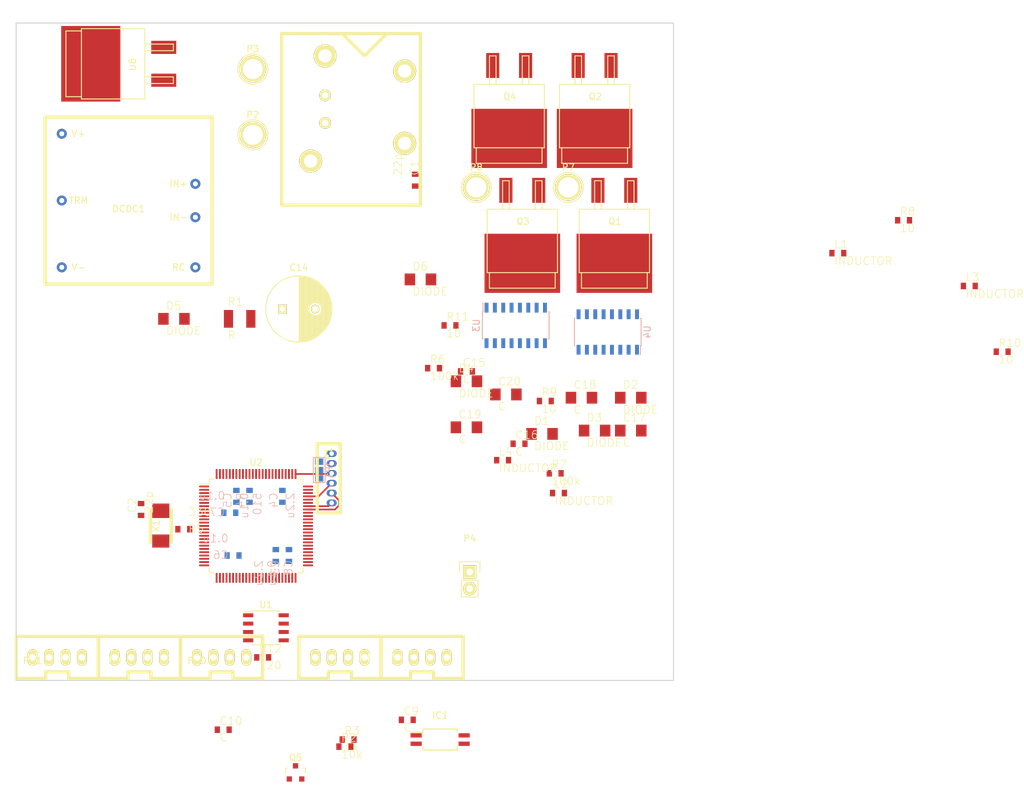
<source format=kicad_pcb>
(kicad_pcb (version 4) (host pcbnew 4.0.4-stable)

  (general
    (links 141)
    (no_connects 137)
    (area -0.075001 -0.075001 100.075001 100.075001)
    (thickness 1.6)
    (drawings 4)
    (tracks 11)
    (zones 0)
    (modules 65)
    (nets 55)
  )

  (page A4)
  (layers
    (0 F.Cu signal)
    (31 B.Cu signal)
    (32 B.Adhes user)
    (33 F.Adhes user)
    (34 B.Paste user)
    (35 F.Paste user)
    (36 B.SilkS user)
    (37 F.SilkS user)
    (38 B.Mask user)
    (39 F.Mask user)
    (40 Dwgs.User user)
    (41 Cmts.User user)
    (42 Eco1.User user)
    (43 Eco2.User user)
    (44 Edge.Cuts user)
    (45 Margin user)
    (46 B.CrtYd user)
    (47 F.CrtYd user)
    (48 B.Fab user)
    (49 F.Fab user)
  )

  (setup
    (last_trace_width 0.25)
    (user_trace_width 0.5)
    (user_trace_width 1)
    (trace_clearance 0.2)
    (zone_clearance 0.4)
    (zone_45_only no)
    (trace_min 0.2)
    (segment_width 0.2)
    (edge_width 0.15)
    (via_size 0.6)
    (via_drill 0.4)
    (via_min_size 0.4)
    (via_min_drill 0.3)
    (user_via 1.2 0.8)
    (uvia_size 0.3)
    (uvia_drill 0.1)
    (uvias_allowed no)
    (uvia_min_size 0.2)
    (uvia_min_drill 0.1)
    (pcb_text_width 0.3)
    (pcb_text_size 1.5 1.5)
    (mod_edge_width 0.15)
    (mod_text_size 1 1)
    (mod_text_width 0.15)
    (pad_size 1.524 1.524)
    (pad_drill 0.762)
    (pad_to_mask_clearance 0.2)
    (aux_axis_origin 0 0)
    (visible_elements 7FFFFFFF)
    (pcbplotparams
      (layerselection 0x00030_80000001)
      (usegerberextensions false)
      (excludeedgelayer true)
      (linewidth 0.100000)
      (plotframeref false)
      (viasonmask false)
      (mode 1)
      (useauxorigin false)
      (hpglpennumber 1)
      (hpglpenspeed 20)
      (hpglpendiameter 15)
      (hpglpenoverlay 2)
      (psnegative false)
      (psa4output false)
      (plotreference true)
      (plotvalue true)
      (plotinvisibletext false)
      (padsonsilk false)
      (subtractmaskfromsilk false)
      (outputformat 1)
      (mirror false)
      (drillshape 1)
      (scaleselection 1)
      (outputdirectory ""))
  )

  (net 0 "")
  (net 1 GND)
  (net 2 "Net-(C1-Pad2)")
  (net 3 "Net-(C2-Pad2)")
  (net 4 "Net-(C3-Pad1)")
  (net 5 "Net-(C4-Pad1)")
  (net 6 +3.3V)
  (net 7 +BATT)
  (net 8 GNDPWR)
  (net 9 "Net-(C17-Pad1)")
  (net 10 /OUT_A)
  (net 11 "Net-(C18-Pad1)")
  (net 12 "Net-(C19-Pad1)")
  (net 13 /OUT_B)
  (net 14 "Net-(C20-Pad1)")
  (net 15 /GD_12V)
  (net 16 /BOOT0)
  (net 17 "Net-(L1-Pad1)")
  (net 18 "Net-(L1-Pad2)")
  (net 19 "Net-(L2-Pad1)")
  (net 20 "Net-(L2-Pad2)")
  (net 21 "Net-(L3-Pad1)")
  (net 22 "Net-(L3-Pad2)")
  (net 23 "Net-(L4-Pad1)")
  (net 24 "Net-(L4-Pad2)")
  (net 25 /SWDIO)
  (net 26 "Net-(P4-Pad1)")
  (net 27 /CANH)
  (net 28 /CANL)
  (net 29 +12V)
  (net 30 "Net-(R5-Pad1)")
  (net 31 "Net-(R6-Pad1)")
  (net 32 "Net-(R7-Pad1)")
  (net 33 /SWDCK)
  (net 34 /MD_EN)
  (net 35 /USART1_TX)
  (net 36 /USART1_RX)
  (net 37 /USART2_RX)
  (net 38 /USART2_TX)
  (net 39 /USART3_RX)
  (net 40 /USART3_TX)
  (net 41 /USART4_RX)
  (net 42 /USART4_TX)
  (net 43 "Net-(R8-Pad2)")
  (net 44 "Net-(R9-Pad2)")
  (net 45 "Net-(R10-Pad2)")
  (net 46 "Net-(R11-Pad2)")
  (net 47 /NRST)
  (net 48 "Net-(JP1-Pad2)")
  (net 49 /POWER+)
  (net 50 "Net-(D6-Pad2)")
  (net 51 "Net-(C9-Pad1)")
  (net 52 "Net-(D5-Pad2)")
  (net 53 "Net-(Q5-PadG)")
  (net 54 "Net-(IC1-Pad3)")

  (net_class Default "これは標準のネット クラスです。"
    (clearance 0.2)
    (trace_width 0.25)
    (via_dia 0.6)
    (via_drill 0.4)
    (uvia_dia 0.3)
    (uvia_drill 0.1)
    (add_net +12V)
    (add_net +3.3V)
    (add_net +BATT)
    (add_net /BOOT0)
    (add_net /CANH)
    (add_net /CANL)
    (add_net /GD_12V)
    (add_net /MD_EN)
    (add_net /NRST)
    (add_net /OUT_A)
    (add_net /OUT_B)
    (add_net /POWER+)
    (add_net /SWDCK)
    (add_net /SWDIO)
    (add_net /USART1_RX)
    (add_net /USART1_TX)
    (add_net /USART2_RX)
    (add_net /USART2_TX)
    (add_net /USART3_RX)
    (add_net /USART3_TX)
    (add_net /USART4_RX)
    (add_net /USART4_TX)
    (add_net GND)
    (add_net GNDPWR)
    (add_net "Net-(C1-Pad2)")
    (add_net "Net-(C17-Pad1)")
    (add_net "Net-(C18-Pad1)")
    (add_net "Net-(C19-Pad1)")
    (add_net "Net-(C2-Pad2)")
    (add_net "Net-(C20-Pad1)")
    (add_net "Net-(C3-Pad1)")
    (add_net "Net-(C4-Pad1)")
    (add_net "Net-(C9-Pad1)")
    (add_net "Net-(D5-Pad2)")
    (add_net "Net-(D6-Pad2)")
    (add_net "Net-(IC1-Pad3)")
    (add_net "Net-(JP1-Pad2)")
    (add_net "Net-(L1-Pad1)")
    (add_net "Net-(L1-Pad2)")
    (add_net "Net-(L2-Pad1)")
    (add_net "Net-(L2-Pad2)")
    (add_net "Net-(L3-Pad1)")
    (add_net "Net-(L3-Pad2)")
    (add_net "Net-(L4-Pad1)")
    (add_net "Net-(L4-Pad2)")
    (add_net "Net-(P4-Pad1)")
    (add_net "Net-(Q5-PadG)")
    (add_net "Net-(R10-Pad2)")
    (add_net "Net-(R11-Pad2)")
    (add_net "Net-(R5-Pad1)")
    (add_net "Net-(R6-Pad1)")
    (add_net "Net-(R7-Pad1)")
    (add_net "Net-(R8-Pad2)")
    (add_net "Net-(R9-Pad2)")
  )

  (module RP_KiCAD_Libs:C1608_WP placed (layer F.Cu) (tedit 57C3E677) (tstamp 58203FDC)
    (at 19 74 90)
    (descr <b>CAPACITOR</b>)
    (path /581E102D)
    (fp_text reference C2 (at -0.635 -0.635 90) (layer F.SilkS)
      (effects (font (size 1.2065 1.2065) (thickness 0.1016)) (justify left bottom))
    )
    (fp_text value 22p (at -0.635 1.905 90) (layer F.SilkS)
      (effects (font (size 1.2065 1.2065) (thickness 0.1016)) (justify left bottom))
    )
    (fp_line (start -0.356 -0.432) (end 0.356 -0.432) (layer Dwgs.User) (width 0.1016))
    (fp_line (start -0.356 0.419) (end 0.356 0.419) (layer Dwgs.User) (width 0.1016))
    (fp_poly (pts (xy -0.8382 0.4699) (xy -0.3381 0.4699) (xy -0.3381 -0.4801) (xy -0.8382 -0.4801)) (layer Dwgs.User) (width 0))
    (fp_poly (pts (xy 0.3302 0.4699) (xy 0.8303 0.4699) (xy 0.8303 -0.4801) (xy 0.3302 -0.4801)) (layer Dwgs.User) (width 0))
    (fp_poly (pts (xy -0.1999 0.3) (xy 0.1999 0.3) (xy 0.1999 -0.3) (xy -0.1999 -0.3)) (layer F.Adhes) (width 0))
    (pad 1 smd rect (at -0.9 0 90) (size 0.8 1) (layers F.Cu F.Paste F.Mask)
      (net 1 GND))
    (pad 2 smd rect (at 0.9 0 90) (size 0.8 1) (layers F.Cu F.Paste F.Mask)
      (net 3 "Net-(C2-Pad2)"))
    (model Resistors_SMD.3dshapes/R_0603.wrl
      (at (xyz 0 0 0))
      (scale (xyz 1 1 1))
      (rotate (xyz 0 0 0))
    )
  )

  (module RP_KiCAD_Libs:C1608_WP placed (layer B.Cu) (tedit 57C3E677) (tstamp 58203FE2)
    (at 39.5 81 90)
    (descr <b>CAPACITOR</b>)
    (path /581E5EF1)
    (fp_text reference C3 (at -0.635 0.635 90) (layer B.SilkS)
      (effects (font (size 1.2065 1.2065) (thickness 0.1016)) (justify left bottom mirror))
    )
    (fp_text value 2.2u (at -0.635 -1.905 90) (layer B.SilkS)
      (effects (font (size 1.2065 1.2065) (thickness 0.1016)) (justify left bottom mirror))
    )
    (fp_line (start -0.356 0.432) (end 0.356 0.432) (layer Dwgs.User) (width 0.1016))
    (fp_line (start -0.356 -0.419) (end 0.356 -0.419) (layer Dwgs.User) (width 0.1016))
    (fp_poly (pts (xy -0.8382 -0.4699) (xy -0.3381 -0.4699) (xy -0.3381 0.4801) (xy -0.8382 0.4801)) (layer Dwgs.User) (width 0))
    (fp_poly (pts (xy 0.3302 -0.4699) (xy 0.8303 -0.4699) (xy 0.8303 0.4801) (xy 0.3302 0.4801)) (layer Dwgs.User) (width 0))
    (fp_poly (pts (xy -0.1999 -0.3) (xy 0.1999 -0.3) (xy 0.1999 0.3) (xy -0.1999 0.3)) (layer B.Adhes) (width 0))
    (pad 1 smd rect (at -0.9 0 90) (size 0.8 1) (layers B.Cu B.Paste B.Mask)
      (net 4 "Net-(C3-Pad1)"))
    (pad 2 smd rect (at 0.9 0 90) (size 0.8 1) (layers B.Cu B.Paste B.Mask)
      (net 1 GND))
    (model Resistors_SMD.3dshapes/R_0603.wrl
      (at (xyz 0 0 0))
      (scale (xyz 1 1 1))
      (rotate (xyz 0 0 0))
    )
  )

  (module RP_KiCAD_Libs:C1608_WP placed (layer B.Cu) (tedit 57C3E677) (tstamp 58203FE8)
    (at 40.5 72 270)
    (descr <b>CAPACITOR</b>)
    (path /581E5F3C)
    (fp_text reference C4 (at -0.635 0.635 270) (layer B.SilkS)
      (effects (font (size 1.2065 1.2065) (thickness 0.1016)) (justify left bottom mirror))
    )
    (fp_text value 2.2u (at -0.635 -1.905 270) (layer B.SilkS)
      (effects (font (size 1.2065 1.2065) (thickness 0.1016)) (justify left bottom mirror))
    )
    (fp_line (start -0.356 0.432) (end 0.356 0.432) (layer Dwgs.User) (width 0.1016))
    (fp_line (start -0.356 -0.419) (end 0.356 -0.419) (layer Dwgs.User) (width 0.1016))
    (fp_poly (pts (xy -0.8382 -0.4699) (xy -0.3381 -0.4699) (xy -0.3381 0.4801) (xy -0.8382 0.4801)) (layer Dwgs.User) (width 0))
    (fp_poly (pts (xy 0.3302 -0.4699) (xy 0.8303 -0.4699) (xy 0.8303 0.4801) (xy 0.3302 0.4801)) (layer Dwgs.User) (width 0))
    (fp_poly (pts (xy -0.1999 -0.3) (xy 0.1999 -0.3) (xy 0.1999 0.3) (xy -0.1999 0.3)) (layer B.Adhes) (width 0))
    (pad 1 smd rect (at -0.9 0 270) (size 0.8 1) (layers B.Cu B.Paste B.Mask)
      (net 5 "Net-(C4-Pad1)"))
    (pad 2 smd rect (at 0.9 0 270) (size 0.8 1) (layers B.Cu B.Paste B.Mask)
      (net 1 GND))
    (model Resistors_SMD.3dshapes/R_0603.wrl
      (at (xyz 0 0 0))
      (scale (xyz 1 1 1))
      (rotate (xyz 0 0 0))
    )
  )

  (module RP_KiCAD_Libs:C1608_WP placed (layer B.Cu) (tedit 57C3E677) (tstamp 58203FEE)
    (at 33.5 72 270)
    (descr <b>CAPACITOR</b>)
    (path /581E79A1)
    (fp_text reference C5 (at -0.635 0.635 270) (layer B.SilkS)
      (effects (font (size 1.2065 1.2065) (thickness 0.1016)) (justify left bottom mirror))
    )
    (fp_text value 0.1u (at -0.635 -1.905 270) (layer B.SilkS)
      (effects (font (size 1.2065 1.2065) (thickness 0.1016)) (justify left bottom mirror))
    )
    (fp_line (start -0.356 0.432) (end 0.356 0.432) (layer Dwgs.User) (width 0.1016))
    (fp_line (start -0.356 -0.419) (end 0.356 -0.419) (layer Dwgs.User) (width 0.1016))
    (fp_poly (pts (xy -0.8382 -0.4699) (xy -0.3381 -0.4699) (xy -0.3381 0.4801) (xy -0.8382 0.4801)) (layer Dwgs.User) (width 0))
    (fp_poly (pts (xy 0.3302 -0.4699) (xy 0.8303 -0.4699) (xy 0.8303 0.4801) (xy 0.3302 0.4801)) (layer Dwgs.User) (width 0))
    (fp_poly (pts (xy -0.1999 -0.3) (xy 0.1999 -0.3) (xy 0.1999 0.3) (xy -0.1999 0.3)) (layer B.Adhes) (width 0))
    (pad 1 smd rect (at -0.9 0 270) (size 0.8 1) (layers B.Cu B.Paste B.Mask)
      (net 6 +3.3V))
    (pad 2 smd rect (at 0.9 0 270) (size 0.8 1) (layers B.Cu B.Paste B.Mask)
      (net 1 GND))
    (model Resistors_SMD.3dshapes/R_0603.wrl
      (at (xyz 0 0 0))
      (scale (xyz 1 1 1))
      (rotate (xyz 0 0 0))
    )
  )

  (module RP_KiCAD_Libs:C1608_WP placed (layer B.Cu) (tedit 57C3E677) (tstamp 58203FF4)
    (at 33 81)
    (descr <b>CAPACITOR</b>)
    (path /581E794A)
    (fp_text reference C6 (at -0.635 0.635) (layer B.SilkS)
      (effects (font (size 1.2065 1.2065) (thickness 0.1016)) (justify left bottom mirror))
    )
    (fp_text value 0.1u (at -0.635 -1.905) (layer B.SilkS)
      (effects (font (size 1.2065 1.2065) (thickness 0.1016)) (justify left bottom mirror))
    )
    (fp_line (start -0.356 0.432) (end 0.356 0.432) (layer Dwgs.User) (width 0.1016))
    (fp_line (start -0.356 -0.419) (end 0.356 -0.419) (layer Dwgs.User) (width 0.1016))
    (fp_poly (pts (xy -0.8382 -0.4699) (xy -0.3381 -0.4699) (xy -0.3381 0.4801) (xy -0.8382 0.4801)) (layer Dwgs.User) (width 0))
    (fp_poly (pts (xy 0.3302 -0.4699) (xy 0.8303 -0.4699) (xy 0.8303 0.4801) (xy 0.3302 0.4801)) (layer Dwgs.User) (width 0))
    (fp_poly (pts (xy -0.1999 -0.3) (xy 0.1999 -0.3) (xy 0.1999 0.3) (xy -0.1999 0.3)) (layer B.Adhes) (width 0))
    (pad 1 smd rect (at -0.9 0) (size 0.8 1) (layers B.Cu B.Paste B.Mask)
      (net 6 +3.3V))
    (pad 2 smd rect (at 0.9 0) (size 0.8 1) (layers B.Cu B.Paste B.Mask)
      (net 1 GND))
    (model Resistors_SMD.3dshapes/R_0603.wrl
      (at (xyz 0 0 0))
      (scale (xyz 1 1 1))
      (rotate (xyz 0 0 0))
    )
  )

  (module RP_KiCAD_Libs:C1608_WP placed (layer B.Cu) (tedit 57C3E677) (tstamp 58203FFA)
    (at 32.5 74.5)
    (descr <b>CAPACITOR</b>)
    (path /581E78F8)
    (fp_text reference C7 (at -0.635 0.635) (layer B.SilkS)
      (effects (font (size 1.2065 1.2065) (thickness 0.1016)) (justify left bottom mirror))
    )
    (fp_text value 0.1u (at -0.635 -1.905) (layer B.SilkS)
      (effects (font (size 1.2065 1.2065) (thickness 0.1016)) (justify left bottom mirror))
    )
    (fp_line (start -0.356 0.432) (end 0.356 0.432) (layer Dwgs.User) (width 0.1016))
    (fp_line (start -0.356 -0.419) (end 0.356 -0.419) (layer Dwgs.User) (width 0.1016))
    (fp_poly (pts (xy -0.8382 -0.4699) (xy -0.3381 -0.4699) (xy -0.3381 0.4801) (xy -0.8382 0.4801)) (layer Dwgs.User) (width 0))
    (fp_poly (pts (xy 0.3302 -0.4699) (xy 0.8303 -0.4699) (xy 0.8303 0.4801) (xy 0.3302 0.4801)) (layer Dwgs.User) (width 0))
    (fp_poly (pts (xy -0.1999 -0.3) (xy 0.1999 -0.3) (xy 0.1999 0.3) (xy -0.1999 0.3)) (layer B.Adhes) (width 0))
    (pad 1 smd rect (at -0.9 0) (size 0.8 1) (layers B.Cu B.Paste B.Mask)
      (net 6 +3.3V))
    (pad 2 smd rect (at 0.9 0) (size 0.8 1) (layers B.Cu B.Paste B.Mask)
      (net 1 GND))
    (model Resistors_SMD.3dshapes/R_0603.wrl
      (at (xyz 0 0 0))
      (scale (xyz 1 1 1))
      (rotate (xyz 0 0 0))
    )
  )

  (module RP_KiCAD_Libs:C1608_WP placed (layer B.Cu) (tedit 57C3E677) (tstamp 58204000)
    (at 41.5 81 90)
    (descr <b>CAPACITOR</b>)
    (path /581E78A7)
    (fp_text reference C8 (at -0.635 0.635 90) (layer B.SilkS)
      (effects (font (size 1.2065 1.2065) (thickness 0.1016)) (justify left bottom mirror))
    )
    (fp_text value 0.1u (at -0.635 -1.905 90) (layer B.SilkS)
      (effects (font (size 1.2065 1.2065) (thickness 0.1016)) (justify left bottom mirror))
    )
    (fp_line (start -0.356 0.432) (end 0.356 0.432) (layer Dwgs.User) (width 0.1016))
    (fp_line (start -0.356 -0.419) (end 0.356 -0.419) (layer Dwgs.User) (width 0.1016))
    (fp_poly (pts (xy -0.8382 -0.4699) (xy -0.3381 -0.4699) (xy -0.3381 0.4801) (xy -0.8382 0.4801)) (layer Dwgs.User) (width 0))
    (fp_poly (pts (xy 0.3302 -0.4699) (xy 0.8303 -0.4699) (xy 0.8303 0.4801) (xy 0.3302 0.4801)) (layer Dwgs.User) (width 0))
    (fp_poly (pts (xy -0.1999 -0.3) (xy 0.1999 -0.3) (xy 0.1999 0.3) (xy -0.1999 0.3)) (layer B.Adhes) (width 0))
    (pad 1 smd rect (at -0.9 0 90) (size 0.8 1) (layers B.Cu B.Paste B.Mask)
      (net 6 +3.3V))
    (pad 2 smd rect (at 0.9 0 90) (size 0.8 1) (layers B.Cu B.Paste B.Mask)
      (net 1 GND))
    (model Resistors_SMD.3dshapes/R_0603.wrl
      (at (xyz 0 0 0))
      (scale (xyz 1 1 1))
      (rotate (xyz 0 0 0))
    )
  )

  (module Capacitors_ThroughHole:C_Radial_D10_L20_P5 placed (layer F.Cu) (tedit 0) (tstamp 58204024)
    (at 40.5 43.5)
    (descr "Radial Electrolytic Capacitor Diameter 10mm x Length 20mm, Pitch 5mm")
    (tags "Electrolytic Capacitor")
    (path /5820BE0D)
    (fp_text reference C14 (at 2.5 -6.3) (layer F.SilkS)
      (effects (font (size 1 1) (thickness 0.15)))
    )
    (fp_text value C (at 2.5 6.3) (layer F.Fab)
      (effects (font (size 1 1) (thickness 0.15)))
    )
    (fp_line (start 2.575 -4.999) (end 2.575 4.999) (layer F.SilkS) (width 0.15))
    (fp_line (start 2.715 -4.995) (end 2.715 4.995) (layer F.SilkS) (width 0.15))
    (fp_line (start 2.855 -4.987) (end 2.855 4.987) (layer F.SilkS) (width 0.15))
    (fp_line (start 2.995 -4.975) (end 2.995 4.975) (layer F.SilkS) (width 0.15))
    (fp_line (start 3.135 -4.96) (end 3.135 4.96) (layer F.SilkS) (width 0.15))
    (fp_line (start 3.275 -4.94) (end 3.275 4.94) (layer F.SilkS) (width 0.15))
    (fp_line (start 3.415 -4.916) (end 3.415 4.916) (layer F.SilkS) (width 0.15))
    (fp_line (start 3.555 -4.887) (end 3.555 4.887) (layer F.SilkS) (width 0.15))
    (fp_line (start 3.695 -4.855) (end 3.695 4.855) (layer F.SilkS) (width 0.15))
    (fp_line (start 3.835 -4.818) (end 3.835 4.818) (layer F.SilkS) (width 0.15))
    (fp_line (start 3.975 -4.777) (end 3.975 4.777) (layer F.SilkS) (width 0.15))
    (fp_line (start 4.115 -4.732) (end 4.115 -0.466) (layer F.SilkS) (width 0.15))
    (fp_line (start 4.115 0.466) (end 4.115 4.732) (layer F.SilkS) (width 0.15))
    (fp_line (start 4.255 -4.682) (end 4.255 -0.667) (layer F.SilkS) (width 0.15))
    (fp_line (start 4.255 0.667) (end 4.255 4.682) (layer F.SilkS) (width 0.15))
    (fp_line (start 4.395 -4.627) (end 4.395 -0.796) (layer F.SilkS) (width 0.15))
    (fp_line (start 4.395 0.796) (end 4.395 4.627) (layer F.SilkS) (width 0.15))
    (fp_line (start 4.535 -4.567) (end 4.535 -0.885) (layer F.SilkS) (width 0.15))
    (fp_line (start 4.535 0.885) (end 4.535 4.567) (layer F.SilkS) (width 0.15))
    (fp_line (start 4.675 -4.502) (end 4.675 -0.946) (layer F.SilkS) (width 0.15))
    (fp_line (start 4.675 0.946) (end 4.675 4.502) (layer F.SilkS) (width 0.15))
    (fp_line (start 4.815 -4.432) (end 4.815 -0.983) (layer F.SilkS) (width 0.15))
    (fp_line (start 4.815 0.983) (end 4.815 4.432) (layer F.SilkS) (width 0.15))
    (fp_line (start 4.955 -4.356) (end 4.955 -0.999) (layer F.SilkS) (width 0.15))
    (fp_line (start 4.955 0.999) (end 4.955 4.356) (layer F.SilkS) (width 0.15))
    (fp_line (start 5.095 -4.274) (end 5.095 -0.995) (layer F.SilkS) (width 0.15))
    (fp_line (start 5.095 0.995) (end 5.095 4.274) (layer F.SilkS) (width 0.15))
    (fp_line (start 5.235 -4.186) (end 5.235 -0.972) (layer F.SilkS) (width 0.15))
    (fp_line (start 5.235 0.972) (end 5.235 4.186) (layer F.SilkS) (width 0.15))
    (fp_line (start 5.375 -4.091) (end 5.375 -0.927) (layer F.SilkS) (width 0.15))
    (fp_line (start 5.375 0.927) (end 5.375 4.091) (layer F.SilkS) (width 0.15))
    (fp_line (start 5.515 -3.989) (end 5.515 -0.857) (layer F.SilkS) (width 0.15))
    (fp_line (start 5.515 0.857) (end 5.515 3.989) (layer F.SilkS) (width 0.15))
    (fp_line (start 5.655 -3.879) (end 5.655 -0.756) (layer F.SilkS) (width 0.15))
    (fp_line (start 5.655 0.756) (end 5.655 3.879) (layer F.SilkS) (width 0.15))
    (fp_line (start 5.795 -3.761) (end 5.795 -0.607) (layer F.SilkS) (width 0.15))
    (fp_line (start 5.795 0.607) (end 5.795 3.761) (layer F.SilkS) (width 0.15))
    (fp_line (start 5.935 -3.633) (end 5.935 -0.355) (layer F.SilkS) (width 0.15))
    (fp_line (start 5.935 0.355) (end 5.935 3.633) (layer F.SilkS) (width 0.15))
    (fp_line (start 6.075 -3.496) (end 6.075 3.496) (layer F.SilkS) (width 0.15))
    (fp_line (start 6.215 -3.346) (end 6.215 3.346) (layer F.SilkS) (width 0.15))
    (fp_line (start 6.355 -3.184) (end 6.355 3.184) (layer F.SilkS) (width 0.15))
    (fp_line (start 6.495 -3.007) (end 6.495 3.007) (layer F.SilkS) (width 0.15))
    (fp_line (start 6.635 -2.811) (end 6.635 2.811) (layer F.SilkS) (width 0.15))
    (fp_line (start 6.775 -2.593) (end 6.775 2.593) (layer F.SilkS) (width 0.15))
    (fp_line (start 6.915 -2.347) (end 6.915 2.347) (layer F.SilkS) (width 0.15))
    (fp_line (start 7.055 -2.062) (end 7.055 2.062) (layer F.SilkS) (width 0.15))
    (fp_line (start 7.195 -1.72) (end 7.195 1.72) (layer F.SilkS) (width 0.15))
    (fp_line (start 7.335 -1.274) (end 7.335 1.274) (layer F.SilkS) (width 0.15))
    (fp_line (start 7.475 -0.499) (end 7.475 0.499) (layer F.SilkS) (width 0.15))
    (fp_circle (center 5 0) (end 5 -1) (layer F.SilkS) (width 0.15))
    (fp_circle (center 2.5 0) (end 2.5 -5.0375) (layer F.SilkS) (width 0.15))
    (fp_circle (center 2.5 0) (end 2.5 -5.3) (layer F.CrtYd) (width 0.05))
    (pad 1 thru_hole rect (at 0 0) (size 1.3 1.3) (drill 0.8) (layers *.Cu *.Mask F.SilkS)
      (net 7 +BATT))
    (pad 2 thru_hole circle (at 5 0) (size 1.3 1.3) (drill 0.8) (layers *.Cu *.Mask F.SilkS)
      (net 8 GNDPWR))
    (model Capacitors_ThroughHole.3dshapes/C_Radial_D10_L20_P5.wrl
      (at (xyz 0 0 0))
      (scale (xyz 1 1 1))
      (rotate (xyz 0 0 0))
    )
  )

  (module RP_KiCAD_Libs:C1608_WP placed (layer F.Cu) (tedit 57C3E677) (tstamp 5820402A)
    (at 68.5 53)
    (descr <b>CAPACITOR</b>)
    (path /582007BD)
    (fp_text reference C15 (at -0.635 -0.635) (layer F.SilkS)
      (effects (font (size 1.2065 1.2065) (thickness 0.1016)) (justify left bottom))
    )
    (fp_text value C (at -0.635 1.905) (layer F.SilkS)
      (effects (font (size 1.2065 1.2065) (thickness 0.1016)) (justify left bottom))
    )
    (fp_line (start -0.356 -0.432) (end 0.356 -0.432) (layer Dwgs.User) (width 0.1016))
    (fp_line (start -0.356 0.419) (end 0.356 0.419) (layer Dwgs.User) (width 0.1016))
    (fp_poly (pts (xy -0.8382 0.4699) (xy -0.3381 0.4699) (xy -0.3381 -0.4801) (xy -0.8382 -0.4801)) (layer Dwgs.User) (width 0))
    (fp_poly (pts (xy 0.3302 0.4699) (xy 0.8303 0.4699) (xy 0.8303 -0.4801) (xy 0.3302 -0.4801)) (layer Dwgs.User) (width 0))
    (fp_poly (pts (xy -0.1999 0.3) (xy 0.1999 0.3) (xy 0.1999 -0.3) (xy -0.1999 -0.3)) (layer F.Adhes) (width 0))
    (pad 1 smd rect (at -0.9 0) (size 0.8 1) (layers F.Cu F.Paste F.Mask)
      (net 1 GND))
    (pad 2 smd rect (at 0.9 0) (size 0.8 1) (layers F.Cu F.Paste F.Mask)
      (net 6 +3.3V))
    (model Resistors_SMD.3dshapes/R_0603.wrl
      (at (xyz 0 0 0))
      (scale (xyz 1 1 1))
      (rotate (xyz 0 0 0))
    )
  )

  (module RP_KiCAD_Libs:C1608_WP placed (layer F.Cu) (tedit 57C3E677) (tstamp 58204030)
    (at 76.5 64)
    (descr <b>CAPACITOR</b>)
    (path /58202E03)
    (fp_text reference C16 (at -0.635 -0.635) (layer F.SilkS)
      (effects (font (size 1.2065 1.2065) (thickness 0.1016)) (justify left bottom))
    )
    (fp_text value C (at -0.635 1.905) (layer F.SilkS)
      (effects (font (size 1.2065 1.2065) (thickness 0.1016)) (justify left bottom))
    )
    (fp_line (start -0.356 -0.432) (end 0.356 -0.432) (layer Dwgs.User) (width 0.1016))
    (fp_line (start -0.356 0.419) (end 0.356 0.419) (layer Dwgs.User) (width 0.1016))
    (fp_poly (pts (xy -0.8382 0.4699) (xy -0.3381 0.4699) (xy -0.3381 -0.4801) (xy -0.8382 -0.4801)) (layer Dwgs.User) (width 0))
    (fp_poly (pts (xy 0.3302 0.4699) (xy 0.8303 0.4699) (xy 0.8303 -0.4801) (xy 0.3302 -0.4801)) (layer Dwgs.User) (width 0))
    (fp_poly (pts (xy -0.1999 0.3) (xy 0.1999 0.3) (xy 0.1999 -0.3) (xy -0.1999 -0.3)) (layer F.Adhes) (width 0))
    (pad 1 smd rect (at -0.9 0) (size 0.8 1) (layers F.Cu F.Paste F.Mask)
      (net 1 GND))
    (pad 2 smd rect (at 0.9 0) (size 0.8 1) (layers F.Cu F.Paste F.Mask)
      (net 6 +3.3V))
    (model Resistors_SMD.3dshapes/R_0603.wrl
      (at (xyz 0 0 0))
      (scale (xyz 1 1 1))
      (rotate (xyz 0 0 0))
    )
  )

  (module RP_KiCAD_Libs:C3216 placed (layer F.Cu) (tedit 0) (tstamp 58204036)
    (at 93.5 62)
    (descr <b>CAPACITOR</b>)
    (path /581FD1AE)
    (fp_text reference C17 (at -1.27 -1.27) (layer F.SilkS)
      (effects (font (size 1.2065 1.2065) (thickness 0.1016)) (justify left bottom))
    )
    (fp_text value C (at -1.27 2.54) (layer F.SilkS)
      (effects (font (size 1.2065 1.2065) (thickness 0.1016)) (justify left bottom))
    )
    (fp_line (start -0.965 -0.787) (end 0.965 -0.787) (layer Dwgs.User) (width 0.1016))
    (fp_line (start -0.965 0.787) (end 0.965 0.787) (layer Dwgs.User) (width 0.1016))
    (fp_poly (pts (xy -1.7018 0.8509) (xy -0.9517 0.8509) (xy -0.9517 -0.8491) (xy -1.7018 -0.8491)) (layer Dwgs.User) (width 0))
    (fp_poly (pts (xy 0.9517 0.8491) (xy 1.7018 0.8491) (xy 1.7018 -0.8509) (xy 0.9517 -0.8509)) (layer Dwgs.User) (width 0))
    (fp_poly (pts (xy -0.3 0.5001) (xy 0.3 0.5001) (xy 0.3 -0.5001) (xy -0.3 -0.5001)) (layer F.Adhes) (width 0))
    (pad 1 smd rect (at -1.6 0) (size 1.6 1.8) (layers F.Cu F.Paste F.Mask)
      (net 9 "Net-(C17-Pad1)"))
    (pad 2 smd rect (at 1.6 0) (size 1.6 1.8) (layers F.Cu F.Paste F.Mask)
      (net 10 /OUT_A))
    (model Resistors_SMD.3dshapes/R_1206.wrl
      (at (xyz 0 0 0))
      (scale (xyz 1 1 1))
      (rotate (xyz 0 0 0))
    )
  )

  (module RP_KiCAD_Libs:C3216 placed (layer F.Cu) (tedit 0) (tstamp 5820403C)
    (at 86 57)
    (descr <b>CAPACITOR</b>)
    (path /581FD8BC)
    (fp_text reference C18 (at -1.27 -1.27) (layer F.SilkS)
      (effects (font (size 1.2065 1.2065) (thickness 0.1016)) (justify left bottom))
    )
    (fp_text value C (at -1.27 2.54) (layer F.SilkS)
      (effects (font (size 1.2065 1.2065) (thickness 0.1016)) (justify left bottom))
    )
    (fp_line (start -0.965 -0.787) (end 0.965 -0.787) (layer Dwgs.User) (width 0.1016))
    (fp_line (start -0.965 0.787) (end 0.965 0.787) (layer Dwgs.User) (width 0.1016))
    (fp_poly (pts (xy -1.7018 0.8509) (xy -0.9517 0.8509) (xy -0.9517 -0.8491) (xy -1.7018 -0.8491)) (layer Dwgs.User) (width 0))
    (fp_poly (pts (xy 0.9517 0.8491) (xy 1.7018 0.8491) (xy 1.7018 -0.8509) (xy 0.9517 -0.8509)) (layer Dwgs.User) (width 0))
    (fp_poly (pts (xy -0.3 0.5001) (xy 0.3 0.5001) (xy 0.3 -0.5001) (xy -0.3 -0.5001)) (layer F.Adhes) (width 0))
    (pad 1 smd rect (at -1.6 0) (size 1.6 1.8) (layers F.Cu F.Paste F.Mask)
      (net 11 "Net-(C18-Pad1)"))
    (pad 2 smd rect (at 1.6 0) (size 1.6 1.8) (layers F.Cu F.Paste F.Mask)
      (net 8 GNDPWR))
    (model Resistors_SMD.3dshapes/R_1206.wrl
      (at (xyz 0 0 0))
      (scale (xyz 1 1 1))
      (rotate (xyz 0 0 0))
    )
  )

  (module RP_KiCAD_Libs:C3216 placed (layer F.Cu) (tedit 0) (tstamp 58204042)
    (at 68.5 61.5)
    (descr <b>CAPACITOR</b>)
    (path /58202DAD)
    (fp_text reference C19 (at -1.27 -1.27) (layer F.SilkS)
      (effects (font (size 1.2065 1.2065) (thickness 0.1016)) (justify left bottom))
    )
    (fp_text value C (at -1.27 2.54) (layer F.SilkS)
      (effects (font (size 1.2065 1.2065) (thickness 0.1016)) (justify left bottom))
    )
    (fp_line (start -0.965 -0.787) (end 0.965 -0.787) (layer Dwgs.User) (width 0.1016))
    (fp_line (start -0.965 0.787) (end 0.965 0.787) (layer Dwgs.User) (width 0.1016))
    (fp_poly (pts (xy -1.7018 0.8509) (xy -0.9517 0.8509) (xy -0.9517 -0.8491) (xy -1.7018 -0.8491)) (layer Dwgs.User) (width 0))
    (fp_poly (pts (xy 0.9517 0.8491) (xy 1.7018 0.8491) (xy 1.7018 -0.8509) (xy 0.9517 -0.8509)) (layer Dwgs.User) (width 0))
    (fp_poly (pts (xy -0.3 0.5001) (xy 0.3 0.5001) (xy 0.3 -0.5001) (xy -0.3 -0.5001)) (layer F.Adhes) (width 0))
    (pad 1 smd rect (at -1.6 0) (size 1.6 1.8) (layers F.Cu F.Paste F.Mask)
      (net 12 "Net-(C19-Pad1)"))
    (pad 2 smd rect (at 1.6 0) (size 1.6 1.8) (layers F.Cu F.Paste F.Mask)
      (net 13 /OUT_B))
    (model Resistors_SMD.3dshapes/R_1206.wrl
      (at (xyz 0 0 0))
      (scale (xyz 1 1 1))
      (rotate (xyz 0 0 0))
    )
  )

  (module RP_KiCAD_Libs:C3216 placed (layer F.Cu) (tedit 0) (tstamp 58204048)
    (at 74.5 56.5)
    (descr <b>CAPACITOR</b>)
    (path /58202DC5)
    (fp_text reference C20 (at -1.27 -1.27) (layer F.SilkS)
      (effects (font (size 1.2065 1.2065) (thickness 0.1016)) (justify left bottom))
    )
    (fp_text value C (at -1.27 2.54) (layer F.SilkS)
      (effects (font (size 1.2065 1.2065) (thickness 0.1016)) (justify left bottom))
    )
    (fp_line (start -0.965 -0.787) (end 0.965 -0.787) (layer Dwgs.User) (width 0.1016))
    (fp_line (start -0.965 0.787) (end 0.965 0.787) (layer Dwgs.User) (width 0.1016))
    (fp_poly (pts (xy -1.7018 0.8509) (xy -0.9517 0.8509) (xy -0.9517 -0.8491) (xy -1.7018 -0.8491)) (layer Dwgs.User) (width 0))
    (fp_poly (pts (xy 0.9517 0.8491) (xy 1.7018 0.8491) (xy 1.7018 -0.8509) (xy 0.9517 -0.8509)) (layer Dwgs.User) (width 0))
    (fp_poly (pts (xy -0.3 0.5001) (xy 0.3 0.5001) (xy 0.3 -0.5001) (xy -0.3 -0.5001)) (layer F.Adhes) (width 0))
    (pad 1 smd rect (at -1.6 0) (size 1.6 1.8) (layers F.Cu F.Paste F.Mask)
      (net 14 "Net-(C20-Pad1)"))
    (pad 2 smd rect (at 1.6 0) (size 1.6 1.8) (layers F.Cu F.Paste F.Mask)
      (net 8 GNDPWR))
    (model Resistors_SMD.3dshapes/R_1206.wrl
      (at (xyz 0 0 0))
      (scale (xyz 1 1 1))
      (rotate (xyz 0 0 0))
    )
  )

  (module RP_KiCAD_Libs:C3216 placed (layer F.Cu) (tedit 0) (tstamp 5820404E)
    (at 80 62.5)
    (descr <b>CAPACITOR</b>)
    (path /581FF25E)
    (fp_text reference D1 (at -1.27 -1.27) (layer F.SilkS)
      (effects (font (size 1.2065 1.2065) (thickness 0.1016)) (justify left bottom))
    )
    (fp_text value DIODE (at -1.27 2.54) (layer F.SilkS)
      (effects (font (size 1.2065 1.2065) (thickness 0.1016)) (justify left bottom))
    )
    (fp_line (start -0.965 -0.787) (end 0.965 -0.787) (layer Dwgs.User) (width 0.1016))
    (fp_line (start -0.965 0.787) (end 0.965 0.787) (layer Dwgs.User) (width 0.1016))
    (fp_poly (pts (xy -1.7018 0.8509) (xy -0.9517 0.8509) (xy -0.9517 -0.8491) (xy -1.7018 -0.8491)) (layer Dwgs.User) (width 0))
    (fp_poly (pts (xy 0.9517 0.8491) (xy 1.7018 0.8491) (xy 1.7018 -0.8509) (xy 0.9517 -0.8509)) (layer Dwgs.User) (width 0))
    (fp_poly (pts (xy -0.3 0.5001) (xy 0.3 0.5001) (xy 0.3 -0.5001) (xy -0.3 -0.5001)) (layer F.Adhes) (width 0))
    (pad 1 smd rect (at -1.6 0) (size 1.6 1.8) (layers F.Cu F.Paste F.Mask)
      (net 9 "Net-(C17-Pad1)"))
    (pad 2 smd rect (at 1.6 0) (size 1.6 1.8) (layers F.Cu F.Paste F.Mask)
      (net 15 /GD_12V))
    (model Resistors_SMD.3dshapes/R_1206.wrl
      (at (xyz 0 0 0))
      (scale (xyz 1 1 1))
      (rotate (xyz 0 0 0))
    )
  )

  (module RP_KiCAD_Libs:C3216 placed (layer F.Cu) (tedit 0) (tstamp 58204054)
    (at 93.5 57)
    (descr <b>CAPACITOR</b>)
    (path /581FEE5C)
    (fp_text reference D2 (at -1.27 -1.27) (layer F.SilkS)
      (effects (font (size 1.2065 1.2065) (thickness 0.1016)) (justify left bottom))
    )
    (fp_text value DIODE (at -1.27 2.54) (layer F.SilkS)
      (effects (font (size 1.2065 1.2065) (thickness 0.1016)) (justify left bottom))
    )
    (fp_line (start -0.965 -0.787) (end 0.965 -0.787) (layer Dwgs.User) (width 0.1016))
    (fp_line (start -0.965 0.787) (end 0.965 0.787) (layer Dwgs.User) (width 0.1016))
    (fp_poly (pts (xy -1.7018 0.8509) (xy -0.9517 0.8509) (xy -0.9517 -0.8491) (xy -1.7018 -0.8491)) (layer Dwgs.User) (width 0))
    (fp_poly (pts (xy 0.9517 0.8491) (xy 1.7018 0.8491) (xy 1.7018 -0.8509) (xy 0.9517 -0.8509)) (layer Dwgs.User) (width 0))
    (fp_poly (pts (xy -0.3 0.5001) (xy 0.3 0.5001) (xy 0.3 -0.5001) (xy -0.3 -0.5001)) (layer F.Adhes) (width 0))
    (pad 1 smd rect (at -1.6 0) (size 1.6 1.8) (layers F.Cu F.Paste F.Mask)
      (net 11 "Net-(C18-Pad1)"))
    (pad 2 smd rect (at 1.6 0) (size 1.6 1.8) (layers F.Cu F.Paste F.Mask)
      (net 15 /GD_12V))
    (model Resistors_SMD.3dshapes/R_1206.wrl
      (at (xyz 0 0 0))
      (scale (xyz 1 1 1))
      (rotate (xyz 0 0 0))
    )
  )

  (module RP_KiCAD_Libs:C3216 placed (layer F.Cu) (tedit 0) (tstamp 5820405A)
    (at 88 62)
    (descr <b>CAPACITOR</b>)
    (path /58202DE2)
    (fp_text reference D3 (at -1.27 -1.27) (layer F.SilkS)
      (effects (font (size 1.2065 1.2065) (thickness 0.1016)) (justify left bottom))
    )
    (fp_text value DIODE (at -1.27 2.54) (layer F.SilkS)
      (effects (font (size 1.2065 1.2065) (thickness 0.1016)) (justify left bottom))
    )
    (fp_line (start -0.965 -0.787) (end 0.965 -0.787) (layer Dwgs.User) (width 0.1016))
    (fp_line (start -0.965 0.787) (end 0.965 0.787) (layer Dwgs.User) (width 0.1016))
    (fp_poly (pts (xy -1.7018 0.8509) (xy -0.9517 0.8509) (xy -0.9517 -0.8491) (xy -1.7018 -0.8491)) (layer Dwgs.User) (width 0))
    (fp_poly (pts (xy 0.9517 0.8491) (xy 1.7018 0.8491) (xy 1.7018 -0.8509) (xy 0.9517 -0.8509)) (layer Dwgs.User) (width 0))
    (fp_poly (pts (xy -0.3 0.5001) (xy 0.3 0.5001) (xy 0.3 -0.5001) (xy -0.3 -0.5001)) (layer F.Adhes) (width 0))
    (pad 1 smd rect (at -1.6 0) (size 1.6 1.8) (layers F.Cu F.Paste F.Mask)
      (net 12 "Net-(C19-Pad1)"))
    (pad 2 smd rect (at 1.6 0) (size 1.6 1.8) (layers F.Cu F.Paste F.Mask)
      (net 15 /GD_12V))
    (model Resistors_SMD.3dshapes/R_1206.wrl
      (at (xyz 0 0 0))
      (scale (xyz 1 1 1))
      (rotate (xyz 0 0 0))
    )
  )

  (module RP_KiCAD_Libs:C3216 placed (layer F.Cu) (tedit 0) (tstamp 58204060)
    (at 68.5 54.5)
    (descr <b>CAPACITOR</b>)
    (path /58202DDB)
    (fp_text reference D4 (at -1.27 -1.27) (layer F.SilkS)
      (effects (font (size 1.2065 1.2065) (thickness 0.1016)) (justify left bottom))
    )
    (fp_text value DIODE (at -1.27 2.54) (layer F.SilkS)
      (effects (font (size 1.2065 1.2065) (thickness 0.1016)) (justify left bottom))
    )
    (fp_line (start -0.965 -0.787) (end 0.965 -0.787) (layer Dwgs.User) (width 0.1016))
    (fp_line (start -0.965 0.787) (end 0.965 0.787) (layer Dwgs.User) (width 0.1016))
    (fp_poly (pts (xy -1.7018 0.8509) (xy -0.9517 0.8509) (xy -0.9517 -0.8491) (xy -1.7018 -0.8491)) (layer Dwgs.User) (width 0))
    (fp_poly (pts (xy 0.9517 0.8491) (xy 1.7018 0.8491) (xy 1.7018 -0.8509) (xy 0.9517 -0.8509)) (layer Dwgs.User) (width 0))
    (fp_poly (pts (xy -0.3 0.5001) (xy 0.3 0.5001) (xy 0.3 -0.5001) (xy -0.3 -0.5001)) (layer F.Adhes) (width 0))
    (pad 1 smd rect (at -1.6 0) (size 1.6 1.8) (layers F.Cu F.Paste F.Mask)
      (net 14 "Net-(C20-Pad1)"))
    (pad 2 smd rect (at 1.6 0) (size 1.6 1.8) (layers F.Cu F.Paste F.Mask)
      (net 15 /GD_12V))
    (model Resistors_SMD.3dshapes/R_1206.wrl
      (at (xyz 0 0 0))
      (scale (xyz 1 1 1))
      (rotate (xyz 0 0 0))
    )
  )

  (module RP_KiCAD_Libs:MGS15 placed (layer F.Cu) (tedit 57D11C6D) (tstamp 5820406A)
    (at 17.1 27)
    (path /5820CBD0)
    (fp_text reference DCDC1 (at 0 1.27) (layer F.SilkS)
      (effects (font (size 1 1) (thickness 0.15)))
    )
    (fp_text value MGS15 (at 0 -1.27) (layer F.Fab)
      (effects (font (size 1 1) (thickness 0.15)))
    )
    (fp_text user RC (at 7.62 10.16) (layer F.SilkS)
      (effects (font (size 1 1) (thickness 0.15)))
    )
    (fp_text user IN- (at 7.62 2.54) (layer F.SilkS)
      (effects (font (size 1 1) (thickness 0.15)))
    )
    (fp_text user IN+ (at 7.62 -2.54) (layer F.SilkS)
      (effects (font (size 1 1) (thickness 0.15)))
    )
    (fp_text user V- (at -7.62 10.16) (layer F.SilkS)
      (effects (font (size 1 1) (thickness 0.15)))
    )
    (fp_text user TRM (at -7.62 0) (layer F.SilkS)
      (effects (font (size 1 1) (thickness 0.15)))
    )
    (fp_text user V+ (at -7.62 -10.16) (layer F.SilkS)
      (effects (font (size 1 1) (thickness 0.15)))
    )
    (fp_line (start -12.7 -12.7) (end -12.7 12.7) (layer F.SilkS) (width 0.5))
    (fp_line (start -12.7 12.7) (end 12.7 12.7) (layer F.SilkS) (width 0.5))
    (fp_line (start 12.7 12.7) (end 12.7 -12.7) (layer F.SilkS) (width 0.5))
    (fp_line (start 12.7 -12.7) (end -12.7 -12.7) (layer F.SilkS) (width 0.5))
    (pad 6 thru_hole circle (at 10.16 -2.54) (size 1.524 1.524) (drill 0.762) (layers *.Cu *.Mask))
    (pad 5 thru_hole circle (at 10.16 2.54) (size 1.524 1.524) (drill 0.762) (layers *.Cu *.Mask))
    (pad 4 thru_hole circle (at 10.16 10.16) (size 1.524 1.524) (drill 0.762) (layers *.Cu *.Mask))
    (pad 3 thru_hole circle (at -10.16 10.16) (size 1.524 1.524) (drill 0.762) (layers *.Cu *.Mask)
      (net 1 GND))
    (pad 2 thru_hole circle (at -10.16 0) (size 1.524 1.524) (drill 0.762) (layers *.Cu *.Mask))
    (pad 1 thru_hole circle (at -10.16 -10.16) (size 1.524 1.524) (drill 0.762) (layers *.Cu *.Mask)
      (net 29 +12V))
  )

  (module RP_KiCAD_Libs:C1608_WP placed (layer F.Cu) (tedit 57C3E677) (tstamp 5820407C)
    (at 125 35)
    (descr <b>CAPACITOR</b>)
    (path /581FD081)
    (fp_text reference L1 (at -0.635 -0.635) (layer F.SilkS)
      (effects (font (size 1.2065 1.2065) (thickness 0.1016)) (justify left bottom))
    )
    (fp_text value INDUCTOR (at -0.635 1.905) (layer F.SilkS)
      (effects (font (size 1.2065 1.2065) (thickness 0.1016)) (justify left bottom))
    )
    (fp_line (start -0.356 -0.432) (end 0.356 -0.432) (layer Dwgs.User) (width 0.1016))
    (fp_line (start -0.356 0.419) (end 0.356 0.419) (layer Dwgs.User) (width 0.1016))
    (fp_poly (pts (xy -0.8382 0.4699) (xy -0.3381 0.4699) (xy -0.3381 -0.4801) (xy -0.8382 -0.4801)) (layer Dwgs.User) (width 0))
    (fp_poly (pts (xy 0.3302 0.4699) (xy 0.8303 0.4699) (xy 0.8303 -0.4801) (xy 0.3302 -0.4801)) (layer Dwgs.User) (width 0))
    (fp_poly (pts (xy -0.1999 0.3) (xy 0.1999 0.3) (xy 0.1999 -0.3) (xy -0.1999 -0.3)) (layer F.Adhes) (width 0))
    (pad 1 smd rect (at -0.9 0) (size 0.8 1) (layers F.Cu F.Paste F.Mask)
      (net 17 "Net-(L1-Pad1)"))
    (pad 2 smd rect (at 0.9 0) (size 0.8 1) (layers F.Cu F.Paste F.Mask)
      (net 18 "Net-(L1-Pad2)"))
    (model Resistors_SMD.3dshapes/R_0603.wrl
      (at (xyz 0 0 0))
      (scale (xyz 1 1 1))
      (rotate (xyz 0 0 0))
    )
  )

  (module RP_KiCAD_Libs:C1608_WP placed (layer F.Cu) (tedit 57C3E677) (tstamp 58204082)
    (at 82.5 71.5)
    (descr <b>CAPACITOR</b>)
    (path /581FD8AA)
    (fp_text reference L2 (at -0.635 -0.635) (layer F.SilkS)
      (effects (font (size 1.2065 1.2065) (thickness 0.1016)) (justify left bottom))
    )
    (fp_text value INDUCTOR (at -0.635 1.905) (layer F.SilkS)
      (effects (font (size 1.2065 1.2065) (thickness 0.1016)) (justify left bottom))
    )
    (fp_line (start -0.356 -0.432) (end 0.356 -0.432) (layer Dwgs.User) (width 0.1016))
    (fp_line (start -0.356 0.419) (end 0.356 0.419) (layer Dwgs.User) (width 0.1016))
    (fp_poly (pts (xy -0.8382 0.4699) (xy -0.3381 0.4699) (xy -0.3381 -0.4801) (xy -0.8382 -0.4801)) (layer Dwgs.User) (width 0))
    (fp_poly (pts (xy 0.3302 0.4699) (xy 0.8303 0.4699) (xy 0.8303 -0.4801) (xy 0.3302 -0.4801)) (layer Dwgs.User) (width 0))
    (fp_poly (pts (xy -0.1999 0.3) (xy 0.1999 0.3) (xy 0.1999 -0.3) (xy -0.1999 -0.3)) (layer F.Adhes) (width 0))
    (pad 1 smd rect (at -0.9 0) (size 0.8 1) (layers F.Cu F.Paste F.Mask)
      (net 19 "Net-(L2-Pad1)"))
    (pad 2 smd rect (at 0.9 0) (size 0.8 1) (layers F.Cu F.Paste F.Mask)
      (net 20 "Net-(L2-Pad2)"))
    (model Resistors_SMD.3dshapes/R_0603.wrl
      (at (xyz 0 0 0))
      (scale (xyz 1 1 1))
      (rotate (xyz 0 0 0))
    )
  )

  (module RP_KiCAD_Libs:C1608_WP placed (layer F.Cu) (tedit 57C3E677) (tstamp 58204088)
    (at 145 40)
    (descr <b>CAPACITOR</b>)
    (path /58202D9B)
    (fp_text reference L3 (at -0.635 -0.635) (layer F.SilkS)
      (effects (font (size 1.2065 1.2065) (thickness 0.1016)) (justify left bottom))
    )
    (fp_text value INDUCTOR (at -0.635 1.905) (layer F.SilkS)
      (effects (font (size 1.2065 1.2065) (thickness 0.1016)) (justify left bottom))
    )
    (fp_line (start -0.356 -0.432) (end 0.356 -0.432) (layer Dwgs.User) (width 0.1016))
    (fp_line (start -0.356 0.419) (end 0.356 0.419) (layer Dwgs.User) (width 0.1016))
    (fp_poly (pts (xy -0.8382 0.4699) (xy -0.3381 0.4699) (xy -0.3381 -0.4801) (xy -0.8382 -0.4801)) (layer Dwgs.User) (width 0))
    (fp_poly (pts (xy 0.3302 0.4699) (xy 0.8303 0.4699) (xy 0.8303 -0.4801) (xy 0.3302 -0.4801)) (layer Dwgs.User) (width 0))
    (fp_poly (pts (xy -0.1999 0.3) (xy 0.1999 0.3) (xy 0.1999 -0.3) (xy -0.1999 -0.3)) (layer F.Adhes) (width 0))
    (pad 1 smd rect (at -0.9 0) (size 0.8 1) (layers F.Cu F.Paste F.Mask)
      (net 21 "Net-(L3-Pad1)"))
    (pad 2 smd rect (at 0.9 0) (size 0.8 1) (layers F.Cu F.Paste F.Mask)
      (net 22 "Net-(L3-Pad2)"))
    (model Resistors_SMD.3dshapes/R_0603.wrl
      (at (xyz 0 0 0))
      (scale (xyz 1 1 1))
      (rotate (xyz 0 0 0))
    )
  )

  (module RP_KiCAD_Libs:C1608_WP placed (layer F.Cu) (tedit 57C3E677) (tstamp 5820408E)
    (at 74 66.5)
    (descr <b>CAPACITOR</b>)
    (path /58202DB3)
    (fp_text reference L4 (at -0.635 -0.635) (layer F.SilkS)
      (effects (font (size 1.2065 1.2065) (thickness 0.1016)) (justify left bottom))
    )
    (fp_text value INDUCTOR (at -0.635 1.905) (layer F.SilkS)
      (effects (font (size 1.2065 1.2065) (thickness 0.1016)) (justify left bottom))
    )
    (fp_line (start -0.356 -0.432) (end 0.356 -0.432) (layer Dwgs.User) (width 0.1016))
    (fp_line (start -0.356 0.419) (end 0.356 0.419) (layer Dwgs.User) (width 0.1016))
    (fp_poly (pts (xy -0.8382 0.4699) (xy -0.3381 0.4699) (xy -0.3381 -0.4801) (xy -0.8382 -0.4801)) (layer Dwgs.User) (width 0))
    (fp_poly (pts (xy 0.3302 0.4699) (xy 0.8303 0.4699) (xy 0.8303 -0.4801) (xy 0.3302 -0.4801)) (layer Dwgs.User) (width 0))
    (fp_poly (pts (xy -0.1999 0.3) (xy 0.1999 0.3) (xy 0.1999 -0.3) (xy -0.1999 -0.3)) (layer F.Adhes) (width 0))
    (pad 1 smd rect (at -0.9 0) (size 0.8 1) (layers F.Cu F.Paste F.Mask)
      (net 23 "Net-(L4-Pad1)"))
    (pad 2 smd rect (at 0.9 0) (size 0.8 1) (layers F.Cu F.Paste F.Mask)
      (net 24 "Net-(L4-Pad2)"))
    (model Resistors_SMD.3dshapes/R_0603.wrl
      (at (xyz 0 0 0))
      (scale (xyz 1 1 1))
      (rotate (xyz 0 0 0))
    )
  )

  (module RP_KiCAD_Connector:ZH_6T placed (layer F.Cu) (tedit 57CD199C) (tstamp 58204098)
    (at 48 65.5 270)
    (path /581F1326)
    (fp_text reference P1 (at 0 0.5 270) (layer F.SilkS)
      (effects (font (size 1 1) (thickness 0.15)))
    )
    (fp_text value CONN_01X06 (at 0 -0.5 270) (layer F.Fab)
      (effects (font (size 1 1) (thickness 0.15)))
    )
    (fp_line (start 9 2.2) (end 9 -1.3) (layer F.SilkS) (width 0.5))
    (fp_line (start -1.5 2.2) (end 9 2.2) (layer F.SilkS) (width 0.5))
    (fp_line (start -1.5 -1.3) (end 9 -1.3) (layer F.SilkS) (width 0.5))
    (fp_line (start -1.5 -1.3) (end -1.5 2.2) (layer F.SilkS) (width 0.5))
    (pad 1 thru_hole oval (at 0 0 270) (size 1 1.524) (drill 0.7) (layers *.Cu *.Mask)
      (net 1 GND))
    (pad 2 thru_hole oval (at 1.5 0 270) (size 1 1.524) (drill 0.7) (layers *.Cu *.Mask)
      (net 48 "Net-(JP1-Pad2)"))
    (pad 3 thru_hole oval (at 3 0 270) (size 1 1.524) (drill 0.7) (layers *.Cu *.Mask)
      (net 33 /SWDCK))
    (pad 4 thru_hole oval (at 4.5 0 270) (size 1 1.524) (drill 0.7) (layers *.Cu *.Mask)
      (net 25 /SWDIO))
    (pad 5 thru_hole oval (at 6 0 270) (size 1 1.524) (drill 0.7) (layers *.Cu *.Mask)
      (net 35 /USART1_TX))
    (pad 6 thru_hole oval (at 7.5 0 270) (size 1 1.524) (drill 0.7) (layers *.Cu *.Mask)
      (net 36 /USART1_RX))
    (model conn_ZRandZH/ZH_6T.wrl
      (at (xyz 0.148 0.05 0))
      (scale (xyz 4 4 4))
      (rotate (xyz -90 0 180))
    )
  )

  (module Pin_Headers:Pin_Header_Straight_1x02 placed (layer F.Cu) (tedit 54EA090C) (tstamp 582040AE)
    (at 69 83.5)
    (descr "Through hole pin header")
    (tags "pin header")
    (path /581F4D32)
    (fp_text reference P4 (at 0 -5.1) (layer F.SilkS)
      (effects (font (size 1 1) (thickness 0.15)))
    )
    (fp_text value CONN_01X02 (at 0 -3.1) (layer F.Fab)
      (effects (font (size 1 1) (thickness 0.15)))
    )
    (fp_line (start 1.27 1.27) (end 1.27 3.81) (layer F.SilkS) (width 0.15))
    (fp_line (start 1.55 -1.55) (end 1.55 0) (layer F.SilkS) (width 0.15))
    (fp_line (start -1.75 -1.75) (end -1.75 4.3) (layer F.CrtYd) (width 0.05))
    (fp_line (start 1.75 -1.75) (end 1.75 4.3) (layer F.CrtYd) (width 0.05))
    (fp_line (start -1.75 -1.75) (end 1.75 -1.75) (layer F.CrtYd) (width 0.05))
    (fp_line (start -1.75 4.3) (end 1.75 4.3) (layer F.CrtYd) (width 0.05))
    (fp_line (start 1.27 1.27) (end -1.27 1.27) (layer F.SilkS) (width 0.15))
    (fp_line (start -1.55 0) (end -1.55 -1.55) (layer F.SilkS) (width 0.15))
    (fp_line (start -1.55 -1.55) (end 1.55 -1.55) (layer F.SilkS) (width 0.15))
    (fp_line (start -1.27 1.27) (end -1.27 3.81) (layer F.SilkS) (width 0.15))
    (fp_line (start -1.27 3.81) (end 1.27 3.81) (layer F.SilkS) (width 0.15))
    (pad 1 thru_hole rect (at 0 0) (size 2.032 2.032) (drill 1.016) (layers *.Cu *.Mask F.SilkS)
      (net 26 "Net-(P4-Pad1)"))
    (pad 2 thru_hole oval (at 0 2.54) (size 2.032 2.032) (drill 1.016) (layers *.Cu *.Mask F.SilkS)
      (net 27 /CANH))
    (model Pin_Headers.3dshapes/Pin_Header_Straight_1x02.wrl
      (at (xyz 0 -0.05 0))
      (scale (xyz 1 1 1))
      (rotate (xyz 0 0 90))
    )
  )

  (module RP_KiCAD_Connector:XA_4T placed (layer F.Cu) (tedit 5763BB94) (tstamp 582040B6)
    (at 58 96.5)
    (path /581F2004)
    (fp_text reference P5 (at 0 0.5) (layer F.SilkS)
      (effects (font (size 1 1) (thickness 0.15)))
    )
    (fp_text value CONN_01X04 (at 0 -0.5) (layer F.Fab)
      (effects (font (size 1 1) (thickness 0.15)))
    )
    (fp_line (start -2.5 3.2) (end 2 3.2) (layer F.SilkS) (width 0.5))
    (fp_line (start 2 3.2) (end 2 2.2) (layer F.SilkS) (width 0.5))
    (fp_line (start 2 2.2) (end 5.5 2.2) (layer F.SilkS) (width 0.5))
    (fp_line (start 5.5 2.2) (end 5.5 3.2) (layer F.SilkS) (width 0.5))
    (fp_line (start 5.5 3.2) (end 10 3.2) (layer F.SilkS) (width 0.5))
    (fp_line (start 10 -3.2) (end -2.5 -3.2) (layer F.SilkS) (width 0.5))
    (fp_line (start 10 3.2) (end 10 -3.2) (layer F.SilkS) (width 0.5))
    (fp_line (start -2.5 -3.2) (end -2.5 3.2) (layer F.SilkS) (width 0.5))
    (pad 4 thru_hole oval (at 0 0) (size 1.5 2.5) (drill 1) (layers *.Cu *.Mask F.SilkS)
      (net 28 /CANL))
    (pad 3 thru_hole oval (at 2.5 0) (size 1.5 2.5) (drill 1) (layers *.Cu *.Mask F.SilkS)
      (net 27 /CANH))
    (pad 2 thru_hole oval (at 5 0) (size 1.5 2.5) (drill 1) (layers *.Cu *.Mask F.SilkS)
      (net 29 +12V))
    (pad 1 thru_hole oval (at 7.5 0) (size 1.5 2.5) (drill 1) (layers *.Cu *.Mask F.SilkS)
      (net 1 GND))
    (model conn_XA/XA_4T.wrl
      (at (xyz 0.15 0 0))
      (scale (xyz 3.95 3.95 3.95))
      (rotate (xyz -90 0 0))
    )
  )

  (module RP_KiCAD_Connector:XA_4T placed (layer F.Cu) (tedit 5763BB94) (tstamp 582040BE)
    (at 45.5 96.5)
    (path /581F384E)
    (fp_text reference P6 (at 0 0.5) (layer F.SilkS)
      (effects (font (size 1 1) (thickness 0.15)))
    )
    (fp_text value CONN_01X04 (at 0 -0.5) (layer F.Fab)
      (effects (font (size 1 1) (thickness 0.15)))
    )
    (fp_line (start -2.5 3.2) (end 2 3.2) (layer F.SilkS) (width 0.5))
    (fp_line (start 2 3.2) (end 2 2.2) (layer F.SilkS) (width 0.5))
    (fp_line (start 2 2.2) (end 5.5 2.2) (layer F.SilkS) (width 0.5))
    (fp_line (start 5.5 2.2) (end 5.5 3.2) (layer F.SilkS) (width 0.5))
    (fp_line (start 5.5 3.2) (end 10 3.2) (layer F.SilkS) (width 0.5))
    (fp_line (start 10 -3.2) (end -2.5 -3.2) (layer F.SilkS) (width 0.5))
    (fp_line (start 10 3.2) (end 10 -3.2) (layer F.SilkS) (width 0.5))
    (fp_line (start -2.5 -3.2) (end -2.5 3.2) (layer F.SilkS) (width 0.5))
    (pad 4 thru_hole oval (at 0 0) (size 1.5 2.5) (drill 1) (layers *.Cu *.Mask F.SilkS)
      (net 28 /CANL))
    (pad 3 thru_hole oval (at 2.5 0) (size 1.5 2.5) (drill 1) (layers *.Cu *.Mask F.SilkS)
      (net 27 /CANH))
    (pad 2 thru_hole oval (at 5 0) (size 1.5 2.5) (drill 1) (layers *.Cu *.Mask F.SilkS)
      (net 29 +12V))
    (pad 1 thru_hole oval (at 7.5 0) (size 1.5 2.5) (drill 1) (layers *.Cu *.Mask F.SilkS)
      (net 1 GND))
    (model conn_XA/XA_4T.wrl
      (at (xyz 0.15 0 0))
      (scale (xyz 3.95 3.95 3.95))
      (rotate (xyz -90 0 0))
    )
  )

  (module TO_SOT_Packages_SMD:D2-PAK placed (layer F.Cu) (tedit 57657D5D) (tstamp 582040C5)
    (at 91 31 180)
    (descr SOT404)
    (path /581FD14F)
    (attr smd)
    (fp_text reference Q1 (at -0.09906 0.8001 180) (layer F.SilkS)
      (effects (font (size 1 1) (thickness 0.15)))
    )
    (fp_text value MOSFET_N (at -0.20066 1.09982 180) (layer F.Fab)
      (effects (font (size 1 1) (thickness 0.15)))
    )
    (fp_line (start -5.0038 -6.9723) (end -5.0038 -9.3345) (layer F.SilkS) (width 0.15))
    (fp_line (start -5.0038 -9.3345) (end 5.0038 -9.3345) (layer F.SilkS) (width 0.15))
    (fp_line (start 5.0038 -9.3345) (end 5.0038 -6.9723) (layer F.SilkS) (width 0.15))
    (fp_line (start 2.9972 7.0104) (end 2.9972 2.6797) (layer F.SilkS) (width 0.15))
    (fp_line (start 1.9939 7.0104) (end 2.9972 7.0104) (layer F.SilkS) (width 0.15))
    (fp_line (start 1.9939 2.6797) (end 1.9939 7.0104) (layer F.SilkS) (width 0.15))
    (fp_line (start -2.9972 2.6797) (end -2.9972 7.0104) (layer F.SilkS) (width 0.15))
    (fp_line (start -2.9972 7.0104) (end -1.9939 7.0104) (layer F.SilkS) (width 0.15))
    (fp_line (start -1.9939 7.0104) (end -1.9939 2.6797) (layer F.SilkS) (width 0.15))
    (fp_line (start -5.3467 -6.9723) (end 5.3467 -6.9723) (layer F.SilkS) (width 0.15))
    (fp_line (start 5.3467 -6.9723) (end 5.3467 2.6797) (layer F.SilkS) (width 0.15))
    (fp_line (start 5.3467 2.6797) (end -5.3467 2.6797) (layer F.SilkS) (width 0.15))
    (fp_line (start -5.3467 2.6797) (end -5.3467 -6.9723) (layer F.SilkS) (width 0.15))
    (pad G smd rect (at -2.49936 5.5499 180) (size 1.99898 3.79984) (layers F.Cu F.Paste F.Mask)
      (net 18 "Net-(L1-Pad2)"))
    (pad S smd rect (at 2.49936 5.5499 180) (size 1.99898 3.79984) (layers F.Cu F.Paste F.Mask)
      (net 10 /OUT_A))
    (pad D smd rect (at 0 -5.5499 180) (size 11.50112 8.99922) (layers F.Cu F.Paste F.Mask)
      (net 49 /POWER+))
    (model TO_SOT_Packages_SMD.3dshapes/SOT-404.wrl
      (at (xyz 0 0 0))
      (scale (xyz 1 1 1))
      (rotate (xyz 0 0 0))
    )
  )

  (module TO_SOT_Packages_SMD:D2-PAK placed (layer F.Cu) (tedit 57657D5D) (tstamp 582040CC)
    (at 88 12 180)
    (descr SOT404)
    (path /581FD8B6)
    (attr smd)
    (fp_text reference Q2 (at -0.09906 0.8001 180) (layer F.SilkS)
      (effects (font (size 1 1) (thickness 0.15)))
    )
    (fp_text value MOSFET_N (at -0.20066 1.09982 180) (layer F.Fab)
      (effects (font (size 1 1) (thickness 0.15)))
    )
    (fp_line (start -5.0038 -6.9723) (end -5.0038 -9.3345) (layer F.SilkS) (width 0.15))
    (fp_line (start -5.0038 -9.3345) (end 5.0038 -9.3345) (layer F.SilkS) (width 0.15))
    (fp_line (start 5.0038 -9.3345) (end 5.0038 -6.9723) (layer F.SilkS) (width 0.15))
    (fp_line (start 2.9972 7.0104) (end 2.9972 2.6797) (layer F.SilkS) (width 0.15))
    (fp_line (start 1.9939 7.0104) (end 2.9972 7.0104) (layer F.SilkS) (width 0.15))
    (fp_line (start 1.9939 2.6797) (end 1.9939 7.0104) (layer F.SilkS) (width 0.15))
    (fp_line (start -2.9972 2.6797) (end -2.9972 7.0104) (layer F.SilkS) (width 0.15))
    (fp_line (start -2.9972 7.0104) (end -1.9939 7.0104) (layer F.SilkS) (width 0.15))
    (fp_line (start -1.9939 7.0104) (end -1.9939 2.6797) (layer F.SilkS) (width 0.15))
    (fp_line (start -5.3467 -6.9723) (end 5.3467 -6.9723) (layer F.SilkS) (width 0.15))
    (fp_line (start 5.3467 -6.9723) (end 5.3467 2.6797) (layer F.SilkS) (width 0.15))
    (fp_line (start 5.3467 2.6797) (end -5.3467 2.6797) (layer F.SilkS) (width 0.15))
    (fp_line (start -5.3467 2.6797) (end -5.3467 -6.9723) (layer F.SilkS) (width 0.15))
    (pad G smd rect (at -2.49936 5.5499 180) (size 1.99898 3.79984) (layers F.Cu F.Paste F.Mask)
      (net 20 "Net-(L2-Pad2)"))
    (pad S smd rect (at 2.49936 5.5499 180) (size 1.99898 3.79984) (layers F.Cu F.Paste F.Mask)
      (net 8 GNDPWR))
    (pad D smd rect (at 0 -5.5499 180) (size 11.50112 8.99922) (layers F.Cu F.Paste F.Mask)
      (net 10 /OUT_A))
    (model TO_SOT_Packages_SMD.3dshapes/SOT-404.wrl
      (at (xyz 0 0 0))
      (scale (xyz 1 1 1))
      (rotate (xyz 0 0 0))
    )
  )

  (module TO_SOT_Packages_SMD:D2-PAK placed (layer F.Cu) (tedit 57657D5D) (tstamp 582040D3)
    (at 77 31 180)
    (descr SOT404)
    (path /58202DA7)
    (attr smd)
    (fp_text reference Q3 (at -0.09906 0.8001 180) (layer F.SilkS)
      (effects (font (size 1 1) (thickness 0.15)))
    )
    (fp_text value MOSFET_N (at -0.20066 1.09982 180) (layer F.Fab)
      (effects (font (size 1 1) (thickness 0.15)))
    )
    (fp_line (start -5.0038 -6.9723) (end -5.0038 -9.3345) (layer F.SilkS) (width 0.15))
    (fp_line (start -5.0038 -9.3345) (end 5.0038 -9.3345) (layer F.SilkS) (width 0.15))
    (fp_line (start 5.0038 -9.3345) (end 5.0038 -6.9723) (layer F.SilkS) (width 0.15))
    (fp_line (start 2.9972 7.0104) (end 2.9972 2.6797) (layer F.SilkS) (width 0.15))
    (fp_line (start 1.9939 7.0104) (end 2.9972 7.0104) (layer F.SilkS) (width 0.15))
    (fp_line (start 1.9939 2.6797) (end 1.9939 7.0104) (layer F.SilkS) (width 0.15))
    (fp_line (start -2.9972 2.6797) (end -2.9972 7.0104) (layer F.SilkS) (width 0.15))
    (fp_line (start -2.9972 7.0104) (end -1.9939 7.0104) (layer F.SilkS) (width 0.15))
    (fp_line (start -1.9939 7.0104) (end -1.9939 2.6797) (layer F.SilkS) (width 0.15))
    (fp_line (start -5.3467 -6.9723) (end 5.3467 -6.9723) (layer F.SilkS) (width 0.15))
    (fp_line (start 5.3467 -6.9723) (end 5.3467 2.6797) (layer F.SilkS) (width 0.15))
    (fp_line (start 5.3467 2.6797) (end -5.3467 2.6797) (layer F.SilkS) (width 0.15))
    (fp_line (start -5.3467 2.6797) (end -5.3467 -6.9723) (layer F.SilkS) (width 0.15))
    (pad G smd rect (at -2.49936 5.5499 180) (size 1.99898 3.79984) (layers F.Cu F.Paste F.Mask)
      (net 22 "Net-(L3-Pad2)"))
    (pad S smd rect (at 2.49936 5.5499 180) (size 1.99898 3.79984) (layers F.Cu F.Paste F.Mask)
      (net 13 /OUT_B))
    (pad D smd rect (at 0 -5.5499 180) (size 11.50112 8.99922) (layers F.Cu F.Paste F.Mask)
      (net 49 /POWER+))
    (model TO_SOT_Packages_SMD.3dshapes/SOT-404.wrl
      (at (xyz 0 0 0))
      (scale (xyz 1 1 1))
      (rotate (xyz 0 0 0))
    )
  )

  (module TO_SOT_Packages_SMD:D2-PAK placed (layer F.Cu) (tedit 57657D5D) (tstamp 582040DA)
    (at 75 12 180)
    (descr SOT404)
    (path /58202DBF)
    (attr smd)
    (fp_text reference Q4 (at -0.09906 0.8001 180) (layer F.SilkS)
      (effects (font (size 1 1) (thickness 0.15)))
    )
    (fp_text value MOSFET_N (at -0.20066 1.09982 180) (layer F.Fab)
      (effects (font (size 1 1) (thickness 0.15)))
    )
    (fp_line (start -5.0038 -6.9723) (end -5.0038 -9.3345) (layer F.SilkS) (width 0.15))
    (fp_line (start -5.0038 -9.3345) (end 5.0038 -9.3345) (layer F.SilkS) (width 0.15))
    (fp_line (start 5.0038 -9.3345) (end 5.0038 -6.9723) (layer F.SilkS) (width 0.15))
    (fp_line (start 2.9972 7.0104) (end 2.9972 2.6797) (layer F.SilkS) (width 0.15))
    (fp_line (start 1.9939 7.0104) (end 2.9972 7.0104) (layer F.SilkS) (width 0.15))
    (fp_line (start 1.9939 2.6797) (end 1.9939 7.0104) (layer F.SilkS) (width 0.15))
    (fp_line (start -2.9972 2.6797) (end -2.9972 7.0104) (layer F.SilkS) (width 0.15))
    (fp_line (start -2.9972 7.0104) (end -1.9939 7.0104) (layer F.SilkS) (width 0.15))
    (fp_line (start -1.9939 7.0104) (end -1.9939 2.6797) (layer F.SilkS) (width 0.15))
    (fp_line (start -5.3467 -6.9723) (end 5.3467 -6.9723) (layer F.SilkS) (width 0.15))
    (fp_line (start 5.3467 -6.9723) (end 5.3467 2.6797) (layer F.SilkS) (width 0.15))
    (fp_line (start 5.3467 2.6797) (end -5.3467 2.6797) (layer F.SilkS) (width 0.15))
    (fp_line (start -5.3467 2.6797) (end -5.3467 -6.9723) (layer F.SilkS) (width 0.15))
    (pad G smd rect (at -2.49936 5.5499 180) (size 1.99898 3.79984) (layers F.Cu F.Paste F.Mask)
      (net 24 "Net-(L4-Pad2)"))
    (pad S smd rect (at 2.49936 5.5499 180) (size 1.99898 3.79984) (layers F.Cu F.Paste F.Mask)
      (net 8 GNDPWR))
    (pad D smd rect (at 0 -5.5499 180) (size 11.50112 8.99922) (layers F.Cu F.Paste F.Mask)
      (net 13 /OUT_B))
    (model TO_SOT_Packages_SMD.3dshapes/SOT-404.wrl
      (at (xyz 0 0 0))
      (scale (xyz 1 1 1))
      (rotate (xyz 0 0 0))
    )
  )

  (module RP_KiCAD_Libs:C1608_WP placed (layer B.Cu) (tedit 57C3E677) (tstamp 582040F2)
    (at 35.5 72 270)
    (descr <b>CAPACITOR</b>)
    (path /581E0442)
    (fp_text reference R4 (at -0.635 0.635 270) (layer B.SilkS)
      (effects (font (size 1.2065 1.2065) (thickness 0.1016)) (justify left bottom mirror))
    )
    (fp_text value 510 (at -0.635 -1.905 270) (layer B.SilkS)
      (effects (font (size 1.2065 1.2065) (thickness 0.1016)) (justify left bottom mirror))
    )
    (fp_line (start -0.356 0.432) (end 0.356 0.432) (layer Dwgs.User) (width 0.1016))
    (fp_line (start -0.356 -0.419) (end 0.356 -0.419) (layer Dwgs.User) (width 0.1016))
    (fp_poly (pts (xy -0.8382 -0.4699) (xy -0.3381 -0.4699) (xy -0.3381 0.4801) (xy -0.8382 0.4801)) (layer Dwgs.User) (width 0))
    (fp_poly (pts (xy 0.3302 -0.4699) (xy 0.8303 -0.4699) (xy 0.8303 0.4801) (xy 0.3302 0.4801)) (layer Dwgs.User) (width 0))
    (fp_poly (pts (xy -0.1999 -0.3) (xy 0.1999 -0.3) (xy 0.1999 0.3) (xy -0.1999 0.3)) (layer B.Adhes) (width 0))
    (pad 1 smd rect (at -0.9 0 270) (size 0.8 1) (layers B.Cu B.Paste B.Mask)
      (net 16 /BOOT0))
    (pad 2 smd rect (at 0.9 0 270) (size 0.8 1) (layers B.Cu B.Paste B.Mask)
      (net 1 GND))
    (model Resistors_SMD.3dshapes/R_0603.wrl
      (at (xyz 0 0 0))
      (scale (xyz 1 1 1))
      (rotate (xyz 0 0 0))
    )
  )

  (module RP_KiCAD_Libs:C1608_WP placed (layer F.Cu) (tedit 57C3E677) (tstamp 582040F8)
    (at 25.5 77 180)
    (descr <b>CAPACITOR</b>)
    (path /581E2CFC)
    (fp_text reference R5 (at -0.635 -0.635 180) (layer F.SilkS)
      (effects (font (size 1.2065 1.2065) (thickness 0.1016)) (justify left bottom))
    )
    (fp_text value 330 (at -0.635 1.905 180) (layer F.SilkS)
      (effects (font (size 1.2065 1.2065) (thickness 0.1016)) (justify left bottom))
    )
    (fp_line (start -0.356 -0.432) (end 0.356 -0.432) (layer Dwgs.User) (width 0.1016))
    (fp_line (start -0.356 0.419) (end 0.356 0.419) (layer Dwgs.User) (width 0.1016))
    (fp_poly (pts (xy -0.8382 0.4699) (xy -0.3381 0.4699) (xy -0.3381 -0.4801) (xy -0.8382 -0.4801)) (layer Dwgs.User) (width 0))
    (fp_poly (pts (xy 0.3302 0.4699) (xy 0.8303 0.4699) (xy 0.8303 -0.4801) (xy 0.3302 -0.4801)) (layer Dwgs.User) (width 0))
    (fp_poly (pts (xy -0.1999 0.3) (xy 0.1999 0.3) (xy 0.1999 -0.3) (xy -0.1999 -0.3)) (layer F.Adhes) (width 0))
    (pad 1 smd rect (at -0.9 0 180) (size 0.8 1) (layers F.Cu F.Paste F.Mask)
      (net 30 "Net-(R5-Pad1)"))
    (pad 2 smd rect (at 0.9 0 180) (size 0.8 1) (layers F.Cu F.Paste F.Mask)
      (net 2 "Net-(C1-Pad2)"))
    (model Resistors_SMD.3dshapes/R_0603.wrl
      (at (xyz 0 0 0))
      (scale (xyz 1 1 1))
      (rotate (xyz 0 0 0))
    )
  )

  (module RP_KiCAD_Libs:C1608_WP placed (layer F.Cu) (tedit 57C3E677) (tstamp 582040FE)
    (at 63.5 52.5)
    (descr <b>CAPACITOR</b>)
    (path /582000FB)
    (fp_text reference R6 (at -0.635 -0.635) (layer F.SilkS)
      (effects (font (size 1.2065 1.2065) (thickness 0.1016)) (justify left bottom))
    )
    (fp_text value 100k (at -0.635 1.905) (layer F.SilkS)
      (effects (font (size 1.2065 1.2065) (thickness 0.1016)) (justify left bottom))
    )
    (fp_line (start -0.356 -0.432) (end 0.356 -0.432) (layer Dwgs.User) (width 0.1016))
    (fp_line (start -0.356 0.419) (end 0.356 0.419) (layer Dwgs.User) (width 0.1016))
    (fp_poly (pts (xy -0.8382 0.4699) (xy -0.3381 0.4699) (xy -0.3381 -0.4801) (xy -0.8382 -0.4801)) (layer Dwgs.User) (width 0))
    (fp_poly (pts (xy 0.3302 0.4699) (xy 0.8303 0.4699) (xy 0.8303 -0.4801) (xy 0.3302 -0.4801)) (layer Dwgs.User) (width 0))
    (fp_poly (pts (xy -0.1999 0.3) (xy 0.1999 0.3) (xy 0.1999 -0.3) (xy -0.1999 -0.3)) (layer F.Adhes) (width 0))
    (pad 1 smd rect (at -0.9 0) (size 0.8 1) (layers F.Cu F.Paste F.Mask)
      (net 31 "Net-(R6-Pad1)"))
    (pad 2 smd rect (at 0.9 0) (size 0.8 1) (layers F.Cu F.Paste F.Mask)
      (net 1 GND))
    (model Resistors_SMD.3dshapes/R_0603.wrl
      (at (xyz 0 0 0))
      (scale (xyz 1 1 1))
      (rotate (xyz 0 0 0))
    )
  )

  (module RP_KiCAD_Libs:C1608_WP placed (layer F.Cu) (tedit 57C3E677) (tstamp 58204104)
    (at 82 68.5)
    (descr <b>CAPACITOR</b>)
    (path /58202DF0)
    (fp_text reference R7 (at -0.635 -0.635) (layer F.SilkS)
      (effects (font (size 1.2065 1.2065) (thickness 0.1016)) (justify left bottom))
    )
    (fp_text value 100k (at -0.635 1.905) (layer F.SilkS)
      (effects (font (size 1.2065 1.2065) (thickness 0.1016)) (justify left bottom))
    )
    (fp_line (start -0.356 -0.432) (end 0.356 -0.432) (layer Dwgs.User) (width 0.1016))
    (fp_line (start -0.356 0.419) (end 0.356 0.419) (layer Dwgs.User) (width 0.1016))
    (fp_poly (pts (xy -0.8382 0.4699) (xy -0.3381 0.4699) (xy -0.3381 -0.4801) (xy -0.8382 -0.4801)) (layer Dwgs.User) (width 0))
    (fp_poly (pts (xy 0.3302 0.4699) (xy 0.8303 0.4699) (xy 0.8303 -0.4801) (xy 0.3302 -0.4801)) (layer Dwgs.User) (width 0))
    (fp_poly (pts (xy -0.1999 0.3) (xy 0.1999 0.3) (xy 0.1999 -0.3) (xy -0.1999 -0.3)) (layer F.Adhes) (width 0))
    (pad 1 smd rect (at -0.9 0) (size 0.8 1) (layers F.Cu F.Paste F.Mask)
      (net 32 "Net-(R7-Pad1)"))
    (pad 2 smd rect (at 0.9 0) (size 0.8 1) (layers F.Cu F.Paste F.Mask)
      (net 1 GND))
    (model Resistors_SMD.3dshapes/R_0603.wrl
      (at (xyz 0 0 0))
      (scale (xyz 1 1 1))
      (rotate (xyz 0 0 0))
    )
  )

  (module RP_KiCAD_Libs:C1608_WP placed (layer F.Cu) (tedit 57C3E677) (tstamp 5820410A)
    (at 135 30)
    (descr <b>CAPACITOR</b>)
    (path /581FD0D8)
    (fp_text reference R8 (at -0.635 -0.635) (layer F.SilkS)
      (effects (font (size 1.2065 1.2065) (thickness 0.1016)) (justify left bottom))
    )
    (fp_text value 10 (at -0.635 1.905) (layer F.SilkS)
      (effects (font (size 1.2065 1.2065) (thickness 0.1016)) (justify left bottom))
    )
    (fp_line (start -0.356 -0.432) (end 0.356 -0.432) (layer Dwgs.User) (width 0.1016))
    (fp_line (start -0.356 0.419) (end 0.356 0.419) (layer Dwgs.User) (width 0.1016))
    (fp_poly (pts (xy -0.8382 0.4699) (xy -0.3381 0.4699) (xy -0.3381 -0.4801) (xy -0.8382 -0.4801)) (layer Dwgs.User) (width 0))
    (fp_poly (pts (xy 0.3302 0.4699) (xy 0.8303 0.4699) (xy 0.8303 -0.4801) (xy 0.3302 -0.4801)) (layer Dwgs.User) (width 0))
    (fp_poly (pts (xy -0.1999 0.3) (xy 0.1999 0.3) (xy 0.1999 -0.3) (xy -0.1999 -0.3)) (layer F.Adhes) (width 0))
    (pad 1 smd rect (at -0.9 0) (size 0.8 1) (layers F.Cu F.Paste F.Mask)
      (net 17 "Net-(L1-Pad1)"))
    (pad 2 smd rect (at 0.9 0) (size 0.8 1) (layers F.Cu F.Paste F.Mask)
      (net 43 "Net-(R8-Pad2)"))
    (model Resistors_SMD.3dshapes/R_0603.wrl
      (at (xyz 0 0 0))
      (scale (xyz 1 1 1))
      (rotate (xyz 0 0 0))
    )
  )

  (module RP_KiCAD_Libs:C1608_WP placed (layer F.Cu) (tedit 57C3E677) (tstamp 58204110)
    (at 80.5 57.5)
    (descr <b>CAPACITOR</b>)
    (path /581FD8B0)
    (fp_text reference R9 (at -0.635 -0.635) (layer F.SilkS)
      (effects (font (size 1.2065 1.2065) (thickness 0.1016)) (justify left bottom))
    )
    (fp_text value 10 (at -0.635 1.905) (layer F.SilkS)
      (effects (font (size 1.2065 1.2065) (thickness 0.1016)) (justify left bottom))
    )
    (fp_line (start -0.356 -0.432) (end 0.356 -0.432) (layer Dwgs.User) (width 0.1016))
    (fp_line (start -0.356 0.419) (end 0.356 0.419) (layer Dwgs.User) (width 0.1016))
    (fp_poly (pts (xy -0.8382 0.4699) (xy -0.3381 0.4699) (xy -0.3381 -0.4801) (xy -0.8382 -0.4801)) (layer Dwgs.User) (width 0))
    (fp_poly (pts (xy 0.3302 0.4699) (xy 0.8303 0.4699) (xy 0.8303 -0.4801) (xy 0.3302 -0.4801)) (layer Dwgs.User) (width 0))
    (fp_poly (pts (xy -0.1999 0.3) (xy 0.1999 0.3) (xy 0.1999 -0.3) (xy -0.1999 -0.3)) (layer F.Adhes) (width 0))
    (pad 1 smd rect (at -0.9 0) (size 0.8 1) (layers F.Cu F.Paste F.Mask)
      (net 19 "Net-(L2-Pad1)"))
    (pad 2 smd rect (at 0.9 0) (size 0.8 1) (layers F.Cu F.Paste F.Mask)
      (net 44 "Net-(R9-Pad2)"))
    (model Resistors_SMD.3dshapes/R_0603.wrl
      (at (xyz 0 0 0))
      (scale (xyz 1 1 1))
      (rotate (xyz 0 0 0))
    )
  )

  (module RP_KiCAD_Libs:C1608_WP placed (layer F.Cu) (tedit 57C3E677) (tstamp 58204116)
    (at 150 50)
    (descr <b>CAPACITOR</b>)
    (path /58202DA1)
    (fp_text reference R10 (at -0.635 -0.635) (layer F.SilkS)
      (effects (font (size 1.2065 1.2065) (thickness 0.1016)) (justify left bottom))
    )
    (fp_text value 10 (at -0.635 1.905) (layer F.SilkS)
      (effects (font (size 1.2065 1.2065) (thickness 0.1016)) (justify left bottom))
    )
    (fp_line (start -0.356 -0.432) (end 0.356 -0.432) (layer Dwgs.User) (width 0.1016))
    (fp_line (start -0.356 0.419) (end 0.356 0.419) (layer Dwgs.User) (width 0.1016))
    (fp_poly (pts (xy -0.8382 0.4699) (xy -0.3381 0.4699) (xy -0.3381 -0.4801) (xy -0.8382 -0.4801)) (layer Dwgs.User) (width 0))
    (fp_poly (pts (xy 0.3302 0.4699) (xy 0.8303 0.4699) (xy 0.8303 -0.4801) (xy 0.3302 -0.4801)) (layer Dwgs.User) (width 0))
    (fp_poly (pts (xy -0.1999 0.3) (xy 0.1999 0.3) (xy 0.1999 -0.3) (xy -0.1999 -0.3)) (layer F.Adhes) (width 0))
    (pad 1 smd rect (at -0.9 0) (size 0.8 1) (layers F.Cu F.Paste F.Mask)
      (net 21 "Net-(L3-Pad1)"))
    (pad 2 smd rect (at 0.9 0) (size 0.8 1) (layers F.Cu F.Paste F.Mask)
      (net 45 "Net-(R10-Pad2)"))
    (model Resistors_SMD.3dshapes/R_0603.wrl
      (at (xyz 0 0 0))
      (scale (xyz 1 1 1))
      (rotate (xyz 0 0 0))
    )
  )

  (module RP_KiCAD_Libs:C1608_WP placed (layer F.Cu) (tedit 57C3E677) (tstamp 5820411C)
    (at 66 46)
    (descr <b>CAPACITOR</b>)
    (path /58202DB9)
    (fp_text reference R11 (at -0.635 -0.635) (layer F.SilkS)
      (effects (font (size 1.2065 1.2065) (thickness 0.1016)) (justify left bottom))
    )
    (fp_text value 10 (at -0.635 1.905) (layer F.SilkS)
      (effects (font (size 1.2065 1.2065) (thickness 0.1016)) (justify left bottom))
    )
    (fp_line (start -0.356 -0.432) (end 0.356 -0.432) (layer Dwgs.User) (width 0.1016))
    (fp_line (start -0.356 0.419) (end 0.356 0.419) (layer Dwgs.User) (width 0.1016))
    (fp_poly (pts (xy -0.8382 0.4699) (xy -0.3381 0.4699) (xy -0.3381 -0.4801) (xy -0.8382 -0.4801)) (layer Dwgs.User) (width 0))
    (fp_poly (pts (xy 0.3302 0.4699) (xy 0.8303 0.4699) (xy 0.8303 -0.4801) (xy 0.3302 -0.4801)) (layer Dwgs.User) (width 0))
    (fp_poly (pts (xy -0.1999 0.3) (xy 0.1999 0.3) (xy 0.1999 -0.3) (xy -0.1999 -0.3)) (layer F.Adhes) (width 0))
    (pad 1 smd rect (at -0.9 0) (size 0.8 1) (layers F.Cu F.Paste F.Mask)
      (net 23 "Net-(L4-Pad1)"))
    (pad 2 smd rect (at 0.9 0) (size 0.8 1) (layers F.Cu F.Paste F.Mask)
      (net 46 "Net-(R11-Pad2)"))
    (model Resistors_SMD.3dshapes/R_0603.wrl
      (at (xyz 0 0 0))
      (scale (xyz 1 1 1))
      (rotate (xyz 0 0 0))
    )
  )

  (module RP_KiCAD_Libs:C1608_WP placed (layer F.Cu) (tedit 57C3E677) (tstamp 58204122)
    (at 37.5 96.5)
    (descr <b>CAPACITOR</b>)
    (path /581F4EC7)
    (fp_text reference R12 (at -0.635 -0.635) (layer F.SilkS)
      (effects (font (size 1.2065 1.2065) (thickness 0.1016)) (justify left bottom))
    )
    (fp_text value 120 (at -0.635 1.905) (layer F.SilkS)
      (effects (font (size 1.2065 1.2065) (thickness 0.1016)) (justify left bottom))
    )
    (fp_line (start -0.356 -0.432) (end 0.356 -0.432) (layer Dwgs.User) (width 0.1016))
    (fp_line (start -0.356 0.419) (end 0.356 0.419) (layer Dwgs.User) (width 0.1016))
    (fp_poly (pts (xy -0.8382 0.4699) (xy -0.3381 0.4699) (xy -0.3381 -0.4801) (xy -0.8382 -0.4801)) (layer Dwgs.User) (width 0))
    (fp_poly (pts (xy 0.3302 0.4699) (xy 0.8303 0.4699) (xy 0.8303 -0.4801) (xy 0.3302 -0.4801)) (layer Dwgs.User) (width 0))
    (fp_poly (pts (xy -0.1999 0.3) (xy 0.1999 0.3) (xy 0.1999 -0.3) (xy -0.1999 -0.3)) (layer F.Adhes) (width 0))
    (pad 1 smd rect (at -0.9 0) (size 0.8 1) (layers F.Cu F.Paste F.Mask)
      (net 28 /CANL))
    (pad 2 smd rect (at 0.9 0) (size 0.8 1) (layers F.Cu F.Paste F.Mask)
      (net 26 "Net-(P4-Pad1)"))
    (model Resistors_SMD.3dshapes/R_0603.wrl
      (at (xyz 0 0 0))
      (scale (xyz 1 1 1))
      (rotate (xyz 0 0 0))
    )
  )

  (module Housings_SOIC:SOIC-8_3.9x4.9mm_Pitch1.27mm placed (layer F.Cu) (tedit 54130A77) (tstamp 5820412E)
    (at 38 92)
    (descr "8-Lead Plastic Small Outline (SN) - Narrow, 3.90 mm Body [SOIC] (see Microchip Packaging Specification 00000049BS.pdf)")
    (tags "SOIC 1.27")
    (path /581ED8F3)
    (attr smd)
    (fp_text reference U1 (at 0 -3.5) (layer F.SilkS)
      (effects (font (size 1 1) (thickness 0.15)))
    )
    (fp_text value MAX3051 (at 0 3.5) (layer F.Fab)
      (effects (font (size 1 1) (thickness 0.15)))
    )
    (fp_line (start -3.75 -2.75) (end -3.75 2.75) (layer F.CrtYd) (width 0.05))
    (fp_line (start 3.75 -2.75) (end 3.75 2.75) (layer F.CrtYd) (width 0.05))
    (fp_line (start -3.75 -2.75) (end 3.75 -2.75) (layer F.CrtYd) (width 0.05))
    (fp_line (start -3.75 2.75) (end 3.75 2.75) (layer F.CrtYd) (width 0.05))
    (fp_line (start -2.075 -2.575) (end -2.075 -2.43) (layer F.SilkS) (width 0.15))
    (fp_line (start 2.075 -2.575) (end 2.075 -2.43) (layer F.SilkS) (width 0.15))
    (fp_line (start 2.075 2.575) (end 2.075 2.43) (layer F.SilkS) (width 0.15))
    (fp_line (start -2.075 2.575) (end -2.075 2.43) (layer F.SilkS) (width 0.15))
    (fp_line (start -2.075 -2.575) (end 2.075 -2.575) (layer F.SilkS) (width 0.15))
    (fp_line (start -2.075 2.575) (end 2.075 2.575) (layer F.SilkS) (width 0.15))
    (fp_line (start -2.075 -2.43) (end -3.475 -2.43) (layer F.SilkS) (width 0.15))
    (pad 1 smd rect (at -2.7 -1.905) (size 1.55 0.6) (layers F.Cu F.Paste F.Mask))
    (pad 2 smd rect (at -2.7 -0.635) (size 1.55 0.6) (layers F.Cu F.Paste F.Mask)
      (net 1 GND))
    (pad 3 smd rect (at -2.7 0.635) (size 1.55 0.6) (layers F.Cu F.Paste F.Mask)
      (net 6 +3.3V))
    (pad 4 smd rect (at -2.7 1.905) (size 1.55 0.6) (layers F.Cu F.Paste F.Mask))
    (pad 5 smd rect (at 2.7 1.905) (size 1.55 0.6) (layers F.Cu F.Paste F.Mask)
      (net 1 GND))
    (pad 6 smd rect (at 2.7 0.635) (size 1.55 0.6) (layers F.Cu F.Paste F.Mask)
      (net 28 /CANL))
    (pad 7 smd rect (at 2.7 -0.635) (size 1.55 0.6) (layers F.Cu F.Paste F.Mask)
      (net 27 /CANH))
    (pad 8 smd rect (at 2.7 -1.905) (size 1.55 0.6) (layers F.Cu F.Paste F.Mask)
      (net 1 GND))
    (model Housings_SOIC.3dshapes/SOIC-8_3.9x4.9mm_Pitch1.27mm.wrl
      (at (xyz 0 0 0))
      (scale (xyz 1 1 1))
      (rotate (xyz 0 0 0))
    )
  )

  (module Housings_QFP:LQFP-100_14x14mm_Pitch0.5mm placed (layer F.Cu) (tedit 54130A77) (tstamp 58204196)
    (at 36.5 76.5)
    (descr "LQFP100: plastic low profile quad flat package; 100 leads; body 14 x 14 x 1.4 mm (see NXP sot407-1_po.pdf and sot407-1_fr.pdf)")
    (tags "QFP 0.5")
    (path /581E008C)
    (attr smd)
    (fp_text reference U2 (at 0 -9.65) (layer F.SilkS)
      (effects (font (size 1 1) (thickness 0.15)))
    )
    (fp_text value STM32F407VG (at 0 9.65) (layer F.Fab)
      (effects (font (size 1 1) (thickness 0.15)))
    )
    (fp_line (start -8.9 -8.9) (end -8.9 8.9) (layer F.CrtYd) (width 0.05))
    (fp_line (start 8.9 -8.9) (end 8.9 8.9) (layer F.CrtYd) (width 0.05))
    (fp_line (start -8.9 -8.9) (end 8.9 -8.9) (layer F.CrtYd) (width 0.05))
    (fp_line (start -8.9 8.9) (end 8.9 8.9) (layer F.CrtYd) (width 0.05))
    (fp_line (start -7.125 -7.125) (end -7.125 -6.365) (layer F.SilkS) (width 0.15))
    (fp_line (start 7.125 -7.125) (end 7.125 -6.365) (layer F.SilkS) (width 0.15))
    (fp_line (start 7.125 7.125) (end 7.125 6.365) (layer F.SilkS) (width 0.15))
    (fp_line (start -7.125 7.125) (end -7.125 6.365) (layer F.SilkS) (width 0.15))
    (fp_line (start -7.125 -7.125) (end -6.365 -7.125) (layer F.SilkS) (width 0.15))
    (fp_line (start -7.125 7.125) (end -6.365 7.125) (layer F.SilkS) (width 0.15))
    (fp_line (start 7.125 7.125) (end 6.365 7.125) (layer F.SilkS) (width 0.15))
    (fp_line (start 7.125 -7.125) (end 6.365 -7.125) (layer F.SilkS) (width 0.15))
    (fp_line (start -7.125 -6.365) (end -8.65 -6.365) (layer F.SilkS) (width 0.15))
    (pad 1 smd rect (at -7.9 -6) (size 1.5 0.28) (layers F.Cu F.Paste F.Mask))
    (pad 2 smd rect (at -7.9 -5.5) (size 1.5 0.28) (layers F.Cu F.Paste F.Mask))
    (pad 3 smd rect (at -7.9 -5) (size 1.5 0.28) (layers F.Cu F.Paste F.Mask))
    (pad 4 smd rect (at -7.9 -4.5) (size 1.5 0.28) (layers F.Cu F.Paste F.Mask))
    (pad 5 smd rect (at -7.9 -4) (size 1.5 0.28) (layers F.Cu F.Paste F.Mask))
    (pad 6 smd rect (at -7.9 -3.5) (size 1.5 0.28) (layers F.Cu F.Paste F.Mask)
      (net 6 +3.3V))
    (pad 7 smd rect (at -7.9 -3) (size 1.5 0.28) (layers F.Cu F.Paste F.Mask))
    (pad 8 smd rect (at -7.9 -2.5) (size 1.5 0.28) (layers F.Cu F.Paste F.Mask))
    (pad 9 smd rect (at -7.9 -2) (size 1.5 0.28) (layers F.Cu F.Paste F.Mask))
    (pad 10 smd rect (at -7.9 -1.5) (size 1.5 0.28) (layers F.Cu F.Paste F.Mask)
      (net 1 GND))
    (pad 11 smd rect (at -7.9 -1) (size 1.5 0.28) (layers F.Cu F.Paste F.Mask)
      (net 6 +3.3V))
    (pad 12 smd rect (at -7.9 -0.5) (size 1.5 0.28) (layers F.Cu F.Paste F.Mask)
      (net 30 "Net-(R5-Pad1)"))
    (pad 13 smd rect (at -7.9 0) (size 1.5 0.28) (layers F.Cu F.Paste F.Mask)
      (net 3 "Net-(C2-Pad2)"))
    (pad 14 smd rect (at -7.9 0.5) (size 1.5 0.28) (layers F.Cu F.Paste F.Mask)
      (net 47 /NRST))
    (pad 15 smd rect (at -7.9 1) (size 1.5 0.28) (layers F.Cu F.Paste F.Mask))
    (pad 16 smd rect (at -7.9 1.5) (size 1.5 0.28) (layers F.Cu F.Paste F.Mask))
    (pad 17 smd rect (at -7.9 2) (size 1.5 0.28) (layers F.Cu F.Paste F.Mask))
    (pad 18 smd rect (at -7.9 2.5) (size 1.5 0.28) (layers F.Cu F.Paste F.Mask))
    (pad 19 smd rect (at -7.9 3) (size 1.5 0.28) (layers F.Cu F.Paste F.Mask)
      (net 6 +3.3V))
    (pad 20 smd rect (at -7.9 3.5) (size 1.5 0.28) (layers F.Cu F.Paste F.Mask)
      (net 1 GND))
    (pad 21 smd rect (at -7.9 4) (size 1.5 0.28) (layers F.Cu F.Paste F.Mask)
      (net 6 +3.3V))
    (pad 22 smd rect (at -7.9 4.5) (size 1.5 0.28) (layers F.Cu F.Paste F.Mask)
      (net 6 +3.3V))
    (pad 23 smd rect (at -7.9 5) (size 1.5 0.28) (layers F.Cu F.Paste F.Mask))
    (pad 24 smd rect (at -7.9 5.5) (size 1.5 0.28) (layers F.Cu F.Paste F.Mask))
    (pad 25 smd rect (at -7.9 6) (size 1.5 0.28) (layers F.Cu F.Paste F.Mask)
      (net 38 /USART2_TX))
    (pad 26 smd rect (at -6 7.9 90) (size 1.5 0.28) (layers F.Cu F.Paste F.Mask)
      (net 37 /USART2_RX))
    (pad 27 smd rect (at -5.5 7.9 90) (size 1.5 0.28) (layers F.Cu F.Paste F.Mask)
      (net 1 GND))
    (pad 28 smd rect (at -5 7.9 90) (size 1.5 0.28) (layers F.Cu F.Paste F.Mask)
      (net 6 +3.3V))
    (pad 29 smd rect (at -4.5 7.9 90) (size 1.5 0.28) (layers F.Cu F.Paste F.Mask))
    (pad 30 smd rect (at -4 7.9 90) (size 1.5 0.28) (layers F.Cu F.Paste F.Mask))
    (pad 31 smd rect (at -3.5 7.9 90) (size 1.5 0.28) (layers F.Cu F.Paste F.Mask))
    (pad 32 smd rect (at -3 7.9 90) (size 1.5 0.28) (layers F.Cu F.Paste F.Mask))
    (pad 33 smd rect (at -2.5 7.9 90) (size 1.5 0.28) (layers F.Cu F.Paste F.Mask))
    (pad 34 smd rect (at -2 7.9 90) (size 1.5 0.28) (layers F.Cu F.Paste F.Mask))
    (pad 35 smd rect (at -1.5 7.9 90) (size 1.5 0.28) (layers F.Cu F.Paste F.Mask))
    (pad 36 smd rect (at -1 7.9 90) (size 1.5 0.28) (layers F.Cu F.Paste F.Mask))
    (pad 37 smd rect (at -0.5 7.9 90) (size 1.5 0.28) (layers F.Cu F.Paste F.Mask))
    (pad 38 smd rect (at 0 7.9 90) (size 1.5 0.28) (layers F.Cu F.Paste F.Mask))
    (pad 39 smd rect (at 0.5 7.9 90) (size 1.5 0.28) (layers F.Cu F.Paste F.Mask))
    (pad 40 smd rect (at 1 7.9 90) (size 1.5 0.28) (layers F.Cu F.Paste F.Mask))
    (pad 41 smd rect (at 1.5 7.9 90) (size 1.5 0.28) (layers F.Cu F.Paste F.Mask))
    (pad 42 smd rect (at 2 7.9 90) (size 1.5 0.28) (layers F.Cu F.Paste F.Mask))
    (pad 43 smd rect (at 2.5 7.9 90) (size 1.5 0.28) (layers F.Cu F.Paste F.Mask))
    (pad 44 smd rect (at 3 7.9 90) (size 1.5 0.28) (layers F.Cu F.Paste F.Mask))
    (pad 45 smd rect (at 3.5 7.9 90) (size 1.5 0.28) (layers F.Cu F.Paste F.Mask))
    (pad 46 smd rect (at 4 7.9 90) (size 1.5 0.28) (layers F.Cu F.Paste F.Mask))
    (pad 47 smd rect (at 4.5 7.9 90) (size 1.5 0.28) (layers F.Cu F.Paste F.Mask))
    (pad 48 smd rect (at 5 7.9 90) (size 1.5 0.28) (layers F.Cu F.Paste F.Mask))
    (pad 49 smd rect (at 5.5 7.9 90) (size 1.5 0.28) (layers F.Cu F.Paste F.Mask)
      (net 4 "Net-(C3-Pad1)"))
    (pad 50 smd rect (at 6 7.9 90) (size 1.5 0.28) (layers F.Cu F.Paste F.Mask)
      (net 6 +3.3V))
    (pad 51 smd rect (at 7.9 6) (size 1.5 0.28) (layers F.Cu F.Paste F.Mask))
    (pad 52 smd rect (at 7.9 5.5) (size 1.5 0.28) (layers F.Cu F.Paste F.Mask))
    (pad 53 smd rect (at 7.9 5) (size 1.5 0.28) (layers F.Cu F.Paste F.Mask))
    (pad 54 smd rect (at 7.9 4.5) (size 1.5 0.28) (layers F.Cu F.Paste F.Mask))
    (pad 55 smd rect (at 7.9 4) (size 1.5 0.28) (layers F.Cu F.Paste F.Mask)
      (net 40 /USART3_TX))
    (pad 56 smd rect (at 7.9 3.5) (size 1.5 0.28) (layers F.Cu F.Paste F.Mask)
      (net 39 /USART3_RX))
    (pad 57 smd rect (at 7.9 3) (size 1.5 0.28) (layers F.Cu F.Paste F.Mask))
    (pad 58 smd rect (at 7.9 2.5) (size 1.5 0.28) (layers F.Cu F.Paste F.Mask))
    (pad 59 smd rect (at 7.9 2) (size 1.5 0.28) (layers F.Cu F.Paste F.Mask))
    (pad 60 smd rect (at 7.9 1.5) (size 1.5 0.28) (layers F.Cu F.Paste F.Mask))
    (pad 61 smd rect (at 7.9 1) (size 1.5 0.28) (layers F.Cu F.Paste F.Mask))
    (pad 62 smd rect (at 7.9 0.5) (size 1.5 0.28) (layers F.Cu F.Paste F.Mask))
    (pad 63 smd rect (at 7.9 0) (size 1.5 0.28) (layers F.Cu F.Paste F.Mask))
    (pad 64 smd rect (at 7.9 -0.5) (size 1.5 0.28) (layers F.Cu F.Paste F.Mask))
    (pad 65 smd rect (at 7.9 -1) (size 1.5 0.28) (layers F.Cu F.Paste F.Mask))
    (pad 66 smd rect (at 7.9 -1.5) (size 1.5 0.28) (layers F.Cu F.Paste F.Mask))
    (pad 67 smd rect (at 7.9 -2) (size 1.5 0.28) (layers F.Cu F.Paste F.Mask))
    (pad 68 smd rect (at 7.9 -2.5) (size 1.5 0.28) (layers F.Cu F.Paste F.Mask)
      (net 35 /USART1_TX))
    (pad 69 smd rect (at 7.9 -3) (size 1.5 0.28) (layers F.Cu F.Paste F.Mask)
      (net 36 /USART1_RX))
    (pad 70 smd rect (at 7.9 -3.5) (size 1.5 0.28) (layers F.Cu F.Paste F.Mask))
    (pad 71 smd rect (at 7.9 -4) (size 1.5 0.28) (layers F.Cu F.Paste F.Mask))
    (pad 72 smd rect (at 7.9 -4.5) (size 1.5 0.28) (layers F.Cu F.Paste F.Mask)
      (net 25 /SWDIO))
    (pad 73 smd rect (at 7.9 -5) (size 1.5 0.28) (layers F.Cu F.Paste F.Mask)
      (net 5 "Net-(C4-Pad1)"))
    (pad 74 smd rect (at 7.9 -5.5) (size 1.5 0.28) (layers F.Cu F.Paste F.Mask)
      (net 1 GND))
    (pad 75 smd rect (at 7.9 -6) (size 1.5 0.28) (layers F.Cu F.Paste F.Mask)
      (net 6 +3.3V))
    (pad 76 smd rect (at 6 -7.9 90) (size 1.5 0.28) (layers F.Cu F.Paste F.Mask)
      (net 33 /SWDCK))
    (pad 77 smd rect (at 5.5 -7.9 90) (size 1.5 0.28) (layers F.Cu F.Paste F.Mask))
    (pad 78 smd rect (at 5 -7.9 90) (size 1.5 0.28) (layers F.Cu F.Paste F.Mask)
      (net 42 /USART4_TX))
    (pad 79 smd rect (at 4.5 -7.9 90) (size 1.5 0.28) (layers F.Cu F.Paste F.Mask)
      (net 41 /USART4_RX))
    (pad 80 smd rect (at 4 -7.9 90) (size 1.5 0.28) (layers F.Cu F.Paste F.Mask))
    (pad 81 smd rect (at 3.5 -7.9 90) (size 1.5 0.28) (layers F.Cu F.Paste F.Mask))
    (pad 82 smd rect (at 3 -7.9 90) (size 1.5 0.28) (layers F.Cu F.Paste F.Mask))
    (pad 83 smd rect (at 2.5 -7.9 90) (size 1.5 0.28) (layers F.Cu F.Paste F.Mask))
    (pad 84 smd rect (at 2 -7.9 90) (size 1.5 0.28) (layers F.Cu F.Paste F.Mask))
    (pad 85 smd rect (at 1.5 -7.9 90) (size 1.5 0.28) (layers F.Cu F.Paste F.Mask))
    (pad 86 smd rect (at 1 -7.9 90) (size 1.5 0.28) (layers F.Cu F.Paste F.Mask))
    (pad 87 smd rect (at 0.5 -7.9 90) (size 1.5 0.28) (layers F.Cu F.Paste F.Mask))
    (pad 88 smd rect (at 0 -7.9 90) (size 1.5 0.28) (layers F.Cu F.Paste F.Mask))
    (pad 89 smd rect (at -0.5 -7.9 90) (size 1.5 0.28) (layers F.Cu F.Paste F.Mask))
    (pad 90 smd rect (at -1 -7.9 90) (size 1.5 0.28) (layers F.Cu F.Paste F.Mask))
    (pad 91 smd rect (at -1.5 -7.9 90) (size 1.5 0.28) (layers F.Cu F.Paste F.Mask))
    (pad 92 smd rect (at -2 -7.9 90) (size 1.5 0.28) (layers F.Cu F.Paste F.Mask))
    (pad 93 smd rect (at -2.5 -7.9 90) (size 1.5 0.28) (layers F.Cu F.Paste F.Mask))
    (pad 94 smd rect (at -3 -7.9 90) (size 1.5 0.28) (layers F.Cu F.Paste F.Mask)
      (net 16 /BOOT0))
    (pad 95 smd rect (at -3.5 -7.9 90) (size 1.5 0.28) (layers F.Cu F.Paste F.Mask))
    (pad 96 smd rect (at -4 -7.9 90) (size 1.5 0.28) (layers F.Cu F.Paste F.Mask))
    (pad 97 smd rect (at -4.5 -7.9 90) (size 1.5 0.28) (layers F.Cu F.Paste F.Mask))
    (pad 98 smd rect (at -5 -7.9 90) (size 1.5 0.28) (layers F.Cu F.Paste F.Mask))
    (pad 99 smd rect (at -5.5 -7.9 90) (size 1.5 0.28) (layers F.Cu F.Paste F.Mask)
      (net 1 GND))
    (pad 100 smd rect (at -6 -7.9 90) (size 1.5 0.28) (layers F.Cu F.Paste F.Mask)
      (net 6 +3.3V))
    (model Housings_QFP.3dshapes/LQFP-100_14x14mm_Pitch0.5mm.wrl
      (at (xyz 0 0 0))
      (scale (xyz 1 1 1))
      (rotate (xyz 0 0 0))
    )
  )

  (module Housings_SOIC:SOIC-16_3.9x9.9mm_Pitch1.27mm placed (layer B.Cu) (tedit 54130A77) (tstamp 582041AA)
    (at 76 46 270)
    (descr "16-Lead Plastic Small Outline (SL) - Narrow, 3.90 mm Body [SOIC] (see Microchip Packaging Specification 00000049BS.pdf)")
    (tags "SOIC 1.27")
    (path /581FC8A4)
    (attr smd)
    (fp_text reference U3 (at 0 6 270) (layer B.SilkS)
      (effects (font (size 1 1) (thickness 0.15)) (justify mirror))
    )
    (fp_text value SI8234 (at 0 -6 270) (layer B.Fab)
      (effects (font (size 1 1) (thickness 0.15)) (justify mirror))
    )
    (fp_line (start -3.7 5.25) (end -3.7 -5.25) (layer B.CrtYd) (width 0.05))
    (fp_line (start 3.7 5.25) (end 3.7 -5.25) (layer B.CrtYd) (width 0.05))
    (fp_line (start -3.7 5.25) (end 3.7 5.25) (layer B.CrtYd) (width 0.05))
    (fp_line (start -3.7 -5.25) (end 3.7 -5.25) (layer B.CrtYd) (width 0.05))
    (fp_line (start -2.075 5.075) (end -2.075 4.97) (layer B.SilkS) (width 0.15))
    (fp_line (start 2.075 5.075) (end 2.075 4.97) (layer B.SilkS) (width 0.15))
    (fp_line (start 2.075 -5.075) (end 2.075 -4.97) (layer B.SilkS) (width 0.15))
    (fp_line (start -2.075 -5.075) (end -2.075 -4.97) (layer B.SilkS) (width 0.15))
    (fp_line (start -2.075 5.075) (end 2.075 5.075) (layer B.SilkS) (width 0.15))
    (fp_line (start -2.075 -5.075) (end 2.075 -5.075) (layer B.SilkS) (width 0.15))
    (fp_line (start -2.075 4.97) (end -3.45 4.97) (layer B.SilkS) (width 0.15))
    (pad 1 smd rect (at -2.7 4.445 270) (size 1.5 0.6) (layers B.Cu B.Paste B.Mask))
    (pad 2 smd rect (at -2.7 3.175 270) (size 1.5 0.6) (layers B.Cu B.Paste B.Mask))
    (pad 3 smd rect (at -2.7 1.905 270) (size 1.5 0.6) (layers B.Cu B.Paste B.Mask)
      (net 6 +3.3V))
    (pad 4 smd rect (at -2.7 0.635 270) (size 1.5 0.6) (layers B.Cu B.Paste B.Mask)
      (net 1 GND))
    (pad 5 smd rect (at -2.7 -0.635 270) (size 1.5 0.6) (layers B.Cu B.Paste B.Mask)
      (net 34 /MD_EN))
    (pad 6 smd rect (at -2.7 -1.905 270) (size 1.5 0.6) (layers B.Cu B.Paste B.Mask)
      (net 31 "Net-(R6-Pad1)"))
    (pad 7 smd rect (at -2.7 -3.175 270) (size 1.5 0.6) (layers B.Cu B.Paste B.Mask))
    (pad 8 smd rect (at -2.7 -4.445 270) (size 1.5 0.6) (layers B.Cu B.Paste B.Mask)
      (net 6 +3.3V))
    (pad 9 smd rect (at 2.7 -4.445 270) (size 1.5 0.6) (layers B.Cu B.Paste B.Mask)
      (net 8 GNDPWR))
    (pad 10 smd rect (at 2.7 -3.175 270) (size 1.5 0.6) (layers B.Cu B.Paste B.Mask)
      (net 44 "Net-(R9-Pad2)"))
    (pad 11 smd rect (at 2.7 -1.905 270) (size 1.5 0.6) (layers B.Cu B.Paste B.Mask)
      (net 11 "Net-(C18-Pad1)"))
    (pad 12 smd rect (at 2.7 -0.635 270) (size 1.5 0.6) (layers B.Cu B.Paste B.Mask))
    (pad 13 smd rect (at 2.7 0.635 270) (size 1.5 0.6) (layers B.Cu B.Paste B.Mask))
    (pad 14 smd rect (at 2.7 1.905 270) (size 1.5 0.6) (layers B.Cu B.Paste B.Mask)
      (net 10 /OUT_A))
    (pad 15 smd rect (at 2.7 3.175 270) (size 1.5 0.6) (layers B.Cu B.Paste B.Mask)
      (net 43 "Net-(R8-Pad2)"))
    (pad 16 smd rect (at 2.7 4.445 270) (size 1.5 0.6) (layers B.Cu B.Paste B.Mask)
      (net 9 "Net-(C17-Pad1)"))
    (model Housings_SOIC.3dshapes/SOIC-16_3.9x9.9mm_Pitch1.27mm.wrl
      (at (xyz 0 0 0))
      (scale (xyz 1 1 1))
      (rotate (xyz 0 0 0))
    )
  )

  (module Housings_SOIC:SOIC-16_3.9x9.9mm_Pitch1.27mm placed (layer B.Cu) (tedit 54130A77) (tstamp 582041BE)
    (at 90 47 90)
    (descr "16-Lead Plastic Small Outline (SL) - Narrow, 3.90 mm Body [SOIC] (see Microchip Packaging Specification 00000049BS.pdf)")
    (tags "SOIC 1.27")
    (path /58202D95)
    (attr smd)
    (fp_text reference U4 (at 0 6 90) (layer B.SilkS)
      (effects (font (size 1 1) (thickness 0.15)) (justify mirror))
    )
    (fp_text value SI8234 (at 0 -6 90) (layer B.Fab)
      (effects (font (size 1 1) (thickness 0.15)) (justify mirror))
    )
    (fp_line (start -3.7 5.25) (end -3.7 -5.25) (layer B.CrtYd) (width 0.05))
    (fp_line (start 3.7 5.25) (end 3.7 -5.25) (layer B.CrtYd) (width 0.05))
    (fp_line (start -3.7 5.25) (end 3.7 5.25) (layer B.CrtYd) (width 0.05))
    (fp_line (start -3.7 -5.25) (end 3.7 -5.25) (layer B.CrtYd) (width 0.05))
    (fp_line (start -2.075 5.075) (end -2.075 4.97) (layer B.SilkS) (width 0.15))
    (fp_line (start 2.075 5.075) (end 2.075 4.97) (layer B.SilkS) (width 0.15))
    (fp_line (start 2.075 -5.075) (end 2.075 -4.97) (layer B.SilkS) (width 0.15))
    (fp_line (start -2.075 -5.075) (end -2.075 -4.97) (layer B.SilkS) (width 0.15))
    (fp_line (start -2.075 5.075) (end 2.075 5.075) (layer B.SilkS) (width 0.15))
    (fp_line (start -2.075 -5.075) (end 2.075 -5.075) (layer B.SilkS) (width 0.15))
    (fp_line (start -2.075 4.97) (end -3.45 4.97) (layer B.SilkS) (width 0.15))
    (pad 1 smd rect (at -2.7 4.445 90) (size 1.5 0.6) (layers B.Cu B.Paste B.Mask))
    (pad 2 smd rect (at -2.7 3.175 90) (size 1.5 0.6) (layers B.Cu B.Paste B.Mask))
    (pad 3 smd rect (at -2.7 1.905 90) (size 1.5 0.6) (layers B.Cu B.Paste B.Mask)
      (net 6 +3.3V))
    (pad 4 smd rect (at -2.7 0.635 90) (size 1.5 0.6) (layers B.Cu B.Paste B.Mask)
      (net 1 GND))
    (pad 5 smd rect (at -2.7 -0.635 90) (size 1.5 0.6) (layers B.Cu B.Paste B.Mask)
      (net 34 /MD_EN))
    (pad 6 smd rect (at -2.7 -1.905 90) (size 1.5 0.6) (layers B.Cu B.Paste B.Mask)
      (net 32 "Net-(R7-Pad1)"))
    (pad 7 smd rect (at -2.7 -3.175 90) (size 1.5 0.6) (layers B.Cu B.Paste B.Mask))
    (pad 8 smd rect (at -2.7 -4.445 90) (size 1.5 0.6) (layers B.Cu B.Paste B.Mask)
      (net 6 +3.3V))
    (pad 9 smd rect (at 2.7 -4.445 90) (size 1.5 0.6) (layers B.Cu B.Paste B.Mask)
      (net 8 GNDPWR))
    (pad 10 smd rect (at 2.7 -3.175 90) (size 1.5 0.6) (layers B.Cu B.Paste B.Mask)
      (net 46 "Net-(R11-Pad2)"))
    (pad 11 smd rect (at 2.7 -1.905 90) (size 1.5 0.6) (layers B.Cu B.Paste B.Mask)
      (net 14 "Net-(C20-Pad1)"))
    (pad 12 smd rect (at 2.7 -0.635 90) (size 1.5 0.6) (layers B.Cu B.Paste B.Mask))
    (pad 13 smd rect (at 2.7 0.635 90) (size 1.5 0.6) (layers B.Cu B.Paste B.Mask))
    (pad 14 smd rect (at 2.7 1.905 90) (size 1.5 0.6) (layers B.Cu B.Paste B.Mask)
      (net 13 /OUT_B))
    (pad 15 smd rect (at 2.7 3.175 90) (size 1.5 0.6) (layers B.Cu B.Paste B.Mask)
      (net 45 "Net-(R10-Pad2)"))
    (pad 16 smd rect (at 2.7 4.445 90) (size 1.5 0.6) (layers B.Cu B.Paste B.Mask)
      (net 12 "Net-(C19-Pad1)"))
    (model Housings_SOIC.3dshapes/SOIC-16_3.9x9.9mm_Pitch1.27mm.wrl
      (at (xyz 0 0 0))
      (scale (xyz 1 1 1))
      (rotate (xyz 0 0 0))
    )
  )

  (module Crystals:ABM3_2pads placed (layer F.Cu) (tedit 57C3CA8F) (tstamp 582041C4)
    (at 22 76.5 270)
    (path /581E0E03)
    (fp_text reference X1 (at 0 0.7 270) (layer F.SilkS)
      (effects (font (size 1 1) (thickness 0.15)))
    )
    (fp_text value CRYSTAL (at 0 -0.6 270) (layer F.Fab)
      (effects (font (size 1 1) (thickness 0.15)))
    )
    (fp_line (start -2.5 1.6) (end 2.5 1.6) (layer F.SilkS) (width 0.5))
    (fp_line (start 2.5 -1.6) (end -2.5 -1.6) (layer F.SilkS) (width 0.5))
    (pad 1 smd rect (at -2.3 0 270) (size 2.2 2.6) (layers F.Cu F.Paste F.Mask)
      (net 3 "Net-(C2-Pad2)"))
    (pad 2 smd rect (at 2.3 0 270) (size 2 2.6) (layers F.Cu F.Paste F.Mask)
      (net 2 "Net-(C1-Pad2)"))
    (model crystal/crystal_smd_5x3.2mm.wrl
      (at (xyz 0 0 0))
      (scale (xyz 1 1 1))
      (rotate (xyz 0 0 0))
    )
  )

  (module Connect:1pin (layer F.Cu) (tedit 0) (tstamp 58204607)
    (at 84 25)
    (descr "module 1 pin (ou trou mecanique de percage)")
    (tags DEV)
    (path /5820FDFB)
    (fp_text reference P7 (at 0 -3.048) (layer F.SilkS)
      (effects (font (size 1 1) (thickness 0.15)))
    )
    (fp_text value CONN_01X01 (at 0 2.794) (layer F.Fab)
      (effects (font (size 1 1) (thickness 0.15)))
    )
    (fp_circle (center 0 0) (end 0 -2.286) (layer F.SilkS) (width 0.15))
    (pad 1 thru_hole circle (at 0 0) (size 4.064 4.064) (drill 3.048) (layers *.Cu *.Mask F.SilkS)
      (net 10 /OUT_A))
  )

  (module Connect:1pin (layer F.Cu) (tedit 0) (tstamp 5820460C)
    (at 70 25)
    (descr "module 1 pin (ou trou mecanique de percage)")
    (tags DEV)
    (path /5820FE01)
    (fp_text reference P8 (at 0 -3.048) (layer F.SilkS)
      (effects (font (size 1 1) (thickness 0.15)))
    )
    (fp_text value CONN_01X01 (at 0 2.794) (layer F.Fab)
      (effects (font (size 1 1) (thickness 0.15)))
    )
    (fp_circle (center 0 0) (end 0 -2.286) (layer F.SilkS) (width 0.15))
    (pad 1 thru_hole circle (at 0 0) (size 4.064 4.064) (drill 3.048) (layers *.Cu *.Mask F.SilkS)
      (net 13 /OUT_B))
  )

  (module Connect:1pin (layer F.Cu) (tedit 0) (tstamp 582046C4)
    (at 36 17)
    (descr "module 1 pin (ou trou mecanique de percage)")
    (tags DEV)
    (path /5820D823)
    (fp_text reference P2 (at 0 -3.048) (layer F.SilkS)
      (effects (font (size 1 1) (thickness 0.15)))
    )
    (fp_text value CONN_01X01 (at 0 2.794) (layer F.Fab)
      (effects (font (size 1 1) (thickness 0.15)))
    )
    (fp_circle (center 0 0) (end 0 -2.286) (layer F.SilkS) (width 0.15))
    (pad 1 thru_hole circle (at 0 0) (size 4.064 4.064) (drill 3.048) (layers *.Cu *.Mask F.SilkS)
      (net 7 +BATT))
  )

  (module Connect:1pin (layer F.Cu) (tedit 0) (tstamp 582046C9)
    (at 36 7)
    (descr "module 1 pin (ou trou mecanique de percage)")
    (tags DEV)
    (path /5820E03B)
    (fp_text reference P3 (at 0 -3.048) (layer F.SilkS)
      (effects (font (size 1 1) (thickness 0.15)))
    )
    (fp_text value CONN_01X01 (at 0 2.794) (layer F.Fab)
      (effects (font (size 1 1) (thickness 0.15)))
    )
    (fp_circle (center 0 0) (end 0 -2.286) (layer F.SilkS) (width 0.15))
    (pad 1 thru_hole circle (at 0 0) (size 4.064 4.064) (drill 3.048) (layers *.Cu *.Mask F.SilkS)
      (net 8 GNDPWR))
  )

  (module RP_KiCAD_Connector:XA_4T (layer F.Cu) (tedit 5763BB94) (tstamp 5820658C)
    (at 15 96.5)
    (path /58214009)
    (fp_text reference P9 (at 0 0.5) (layer F.SilkS)
      (effects (font (size 1 1) (thickness 0.15)))
    )
    (fp_text value CONN_01X04 (at 0 -0.5) (layer F.Fab)
      (effects (font (size 1 1) (thickness 0.15)))
    )
    (fp_line (start -2.5 3.2) (end 2 3.2) (layer F.SilkS) (width 0.5))
    (fp_line (start 2 3.2) (end 2 2.2) (layer F.SilkS) (width 0.5))
    (fp_line (start 2 2.2) (end 5.5 2.2) (layer F.SilkS) (width 0.5))
    (fp_line (start 5.5 2.2) (end 5.5 3.2) (layer F.SilkS) (width 0.5))
    (fp_line (start 5.5 3.2) (end 10 3.2) (layer F.SilkS) (width 0.5))
    (fp_line (start 10 -3.2) (end -2.5 -3.2) (layer F.SilkS) (width 0.5))
    (fp_line (start 10 3.2) (end 10 -3.2) (layer F.SilkS) (width 0.5))
    (fp_line (start -2.5 -3.2) (end -2.5 3.2) (layer F.SilkS) (width 0.5))
    (pad 4 thru_hole oval (at 0 0) (size 1.5 2.5) (drill 1) (layers *.Cu *.Mask F.SilkS)
      (net 37 /USART2_RX))
    (pad 3 thru_hole oval (at 2.5 0) (size 1.5 2.5) (drill 1) (layers *.Cu *.Mask F.SilkS)
      (net 38 /USART2_TX))
    (pad 2 thru_hole oval (at 5 0) (size 1.5 2.5) (drill 1) (layers *.Cu *.Mask F.SilkS)
      (net 6 +3.3V))
    (pad 1 thru_hole oval (at 7.5 0) (size 1.5 2.5) (drill 1) (layers *.Cu *.Mask F.SilkS)
      (net 1 GND))
    (model conn_XA/XA_4T.wrl
      (at (xyz 0.15 0 0))
      (scale (xyz 3.95 3.95 3.95))
      (rotate (xyz -90 0 0))
    )
  )

  (module RP_KiCAD_Connector:XA_4T (layer F.Cu) (tedit 5763BB94) (tstamp 58206594)
    (at 27.5 96.5)
    (path /582140DE)
    (fp_text reference P10 (at 0 0.5) (layer F.SilkS)
      (effects (font (size 1 1) (thickness 0.15)))
    )
    (fp_text value CONN_01X04 (at 0 -0.5) (layer F.Fab)
      (effects (font (size 1 1) (thickness 0.15)))
    )
    (fp_line (start -2.5 3.2) (end 2 3.2) (layer F.SilkS) (width 0.5))
    (fp_line (start 2 3.2) (end 2 2.2) (layer F.SilkS) (width 0.5))
    (fp_line (start 2 2.2) (end 5.5 2.2) (layer F.SilkS) (width 0.5))
    (fp_line (start 5.5 2.2) (end 5.5 3.2) (layer F.SilkS) (width 0.5))
    (fp_line (start 5.5 3.2) (end 10 3.2) (layer F.SilkS) (width 0.5))
    (fp_line (start 10 -3.2) (end -2.5 -3.2) (layer F.SilkS) (width 0.5))
    (fp_line (start 10 3.2) (end 10 -3.2) (layer F.SilkS) (width 0.5))
    (fp_line (start -2.5 -3.2) (end -2.5 3.2) (layer F.SilkS) (width 0.5))
    (pad 4 thru_hole oval (at 0 0) (size 1.5 2.5) (drill 1) (layers *.Cu *.Mask F.SilkS)
      (net 39 /USART3_RX))
    (pad 3 thru_hole oval (at 2.5 0) (size 1.5 2.5) (drill 1) (layers *.Cu *.Mask F.SilkS)
      (net 40 /USART3_TX))
    (pad 2 thru_hole oval (at 5 0) (size 1.5 2.5) (drill 1) (layers *.Cu *.Mask F.SilkS)
      (net 6 +3.3V))
    (pad 1 thru_hole oval (at 7.5 0) (size 1.5 2.5) (drill 1) (layers *.Cu *.Mask F.SilkS)
      (net 1 GND))
    (model conn_XA/XA_4T.wrl
      (at (xyz 0.15 0 0))
      (scale (xyz 3.95 3.95 3.95))
      (rotate (xyz -90 0 0))
    )
  )

  (module RP_KiCAD_Connector:XA_4T (layer F.Cu) (tedit 5763BB94) (tstamp 5820659C)
    (at 2.5 96.5)
    (path /58228A55)
    (fp_text reference P11 (at 0 0.5) (layer F.SilkS)
      (effects (font (size 1 1) (thickness 0.15)))
    )
    (fp_text value CONN_01X04 (at 0 -0.5) (layer F.Fab)
      (effects (font (size 1 1) (thickness 0.15)))
    )
    (fp_line (start -2.5 3.2) (end 2 3.2) (layer F.SilkS) (width 0.5))
    (fp_line (start 2 3.2) (end 2 2.2) (layer F.SilkS) (width 0.5))
    (fp_line (start 2 2.2) (end 5.5 2.2) (layer F.SilkS) (width 0.5))
    (fp_line (start 5.5 2.2) (end 5.5 3.2) (layer F.SilkS) (width 0.5))
    (fp_line (start 5.5 3.2) (end 10 3.2) (layer F.SilkS) (width 0.5))
    (fp_line (start 10 -3.2) (end -2.5 -3.2) (layer F.SilkS) (width 0.5))
    (fp_line (start 10 3.2) (end 10 -3.2) (layer F.SilkS) (width 0.5))
    (fp_line (start -2.5 -3.2) (end -2.5 3.2) (layer F.SilkS) (width 0.5))
    (pad 4 thru_hole oval (at 0 0) (size 1.5 2.5) (drill 1) (layers *.Cu *.Mask F.SilkS)
      (net 41 /USART4_RX))
    (pad 3 thru_hole oval (at 2.5 0) (size 1.5 2.5) (drill 1) (layers *.Cu *.Mask F.SilkS)
      (net 42 /USART4_TX))
    (pad 2 thru_hole oval (at 5 0) (size 1.5 2.5) (drill 1) (layers *.Cu *.Mask F.SilkS)
      (net 6 +3.3V))
    (pad 1 thru_hole oval (at 7.5 0) (size 1.5 2.5) (drill 1) (layers *.Cu *.Mask F.SilkS)
      (net 1 GND))
    (model conn_XA/XA_4T.wrl
      (at (xyz 0.15 0 0))
      (scale (xyz 3.95 3.95 3.95))
      (rotate (xyz -90 0 0))
    )
  )

  (module Connect:GS3 (layer B.Cu) (tedit 0) (tstamp 582E0C82)
    (at 46.1 68)
    (descr "Pontet Goute de soudure")
    (path /582F0066)
    (attr virtual)
    (fp_text reference JP1 (at 1.524 0 270) (layer B.SilkS)
      (effects (font (size 1 1) (thickness 0.15)) (justify mirror))
    )
    (fp_text value JUMPER3 (at 1.524 0 270) (layer B.Fab)
      (effects (font (size 1 1) (thickness 0.15)) (justify mirror))
    )
    (fp_line (start -0.889 1.905) (end -0.889 -1.905) (layer B.SilkS) (width 0.15))
    (fp_line (start -0.889 -1.905) (end 0.889 -1.905) (layer B.SilkS) (width 0.15))
    (fp_line (start 0.889 -1.905) (end 0.889 1.905) (layer B.SilkS) (width 0.15))
    (fp_line (start -0.889 1.905) (end 0.889 1.905) (layer B.SilkS) (width 0.15))
    (pad 1 smd rect (at 0 1.27) (size 1.27 0.9652) (layers B.Cu B.Paste B.Mask)
      (net 47 /NRST))
    (pad 2 smd rect (at 0 0) (size 1.27 0.9652) (layers B.Cu B.Paste B.Mask)
      (net 48 "Net-(JP1-Pad2)"))
    (pad 3 smd rect (at 0 -1.27) (size 1.27 0.9652) (layers B.Cu B.Paste B.Mask)
      (net 6 +3.3V))
  )

  (module RP_KiCAD_Libs:C1608_WP (layer F.Cu) (tedit 57C3E677) (tstamp 582E7347)
    (at 59.5 106)
    (descr <b>CAPACITOR</b>)
    (path /583071FA)
    (fp_text reference C9 (at -0.635 -0.635) (layer F.SilkS)
      (effects (font (size 1.2065 1.2065) (thickness 0.1016)) (justify left bottom))
    )
    (fp_text value C (at -0.635 1.905) (layer F.SilkS)
      (effects (font (size 1.2065 1.2065) (thickness 0.1016)) (justify left bottom))
    )
    (fp_line (start -0.356 -0.432) (end 0.356 -0.432) (layer Dwgs.User) (width 0.1016))
    (fp_line (start -0.356 0.419) (end 0.356 0.419) (layer Dwgs.User) (width 0.1016))
    (fp_poly (pts (xy -0.8382 0.4699) (xy -0.3381 0.4699) (xy -0.3381 -0.4801) (xy -0.8382 -0.4801)) (layer Dwgs.User) (width 0))
    (fp_poly (pts (xy 0.3302 0.4699) (xy 0.8303 0.4699) (xy 0.8303 -0.4801) (xy 0.3302 -0.4801)) (layer Dwgs.User) (width 0))
    (fp_poly (pts (xy -0.1999 0.3) (xy 0.1999 0.3) (xy 0.1999 -0.3) (xy -0.1999 -0.3)) (layer F.Adhes) (width 0))
    (pad 1 smd rect (at -0.9 0) (size 0.8 1) (layers F.Cu F.Paste F.Mask)
      (net 51 "Net-(C9-Pad1)"))
    (pad 2 smd rect (at 0.9 0) (size 0.8 1) (layers F.Cu F.Paste F.Mask)
      (net 8 GNDPWR))
    (model Resistors_SMD.3dshapes/R_0603.wrl
      (at (xyz 0 0 0))
      (scale (xyz 1 1 1))
      (rotate (xyz 0 0 0))
    )
  )

  (module RP_KiCAD_Libs:C1608_WP (layer F.Cu) (tedit 57C3E677) (tstamp 582E734D)
    (at 31.5 107.5)
    (descr <b>CAPACITOR</b>)
    (path /58307677)
    (fp_text reference C10 (at -0.635 -0.635) (layer F.SilkS)
      (effects (font (size 1.2065 1.2065) (thickness 0.1016)) (justify left bottom))
    )
    (fp_text value C (at -0.635 1.905) (layer F.SilkS)
      (effects (font (size 1.2065 1.2065) (thickness 0.1016)) (justify left bottom))
    )
    (fp_line (start -0.356 -0.432) (end 0.356 -0.432) (layer Dwgs.User) (width 0.1016))
    (fp_line (start -0.356 0.419) (end 0.356 0.419) (layer Dwgs.User) (width 0.1016))
    (fp_poly (pts (xy -0.8382 0.4699) (xy -0.3381 0.4699) (xy -0.3381 -0.4801) (xy -0.8382 -0.4801)) (layer Dwgs.User) (width 0))
    (fp_poly (pts (xy 0.3302 0.4699) (xy 0.8303 0.4699) (xy 0.8303 -0.4801) (xy 0.3302 -0.4801)) (layer Dwgs.User) (width 0))
    (fp_poly (pts (xy -0.1999 0.3) (xy 0.1999 0.3) (xy 0.1999 -0.3) (xy -0.1999 -0.3)) (layer F.Adhes) (width 0))
    (pad 1 smd rect (at -0.9 0) (size 0.8 1) (layers F.Cu F.Paste F.Mask)
      (net 15 /GD_12V))
    (pad 2 smd rect (at 0.9 0) (size 0.8 1) (layers F.Cu F.Paste F.Mask)
      (net 8 GNDPWR))
    (model Resistors_SMD.3dshapes/R_0603.wrl
      (at (xyz 0 0 0))
      (scale (xyz 1 1 1))
      (rotate (xyz 0 0 0))
    )
  )

  (module RP_KiCAD_Libs:C3216 (layer F.Cu) (tedit 0) (tstamp 582E7353)
    (at 24 45)
    (descr <b>CAPACITOR</b>)
    (path /58309483)
    (fp_text reference D5 (at -1.27 -1.27) (layer F.SilkS)
      (effects (font (size 1.2065 1.2065) (thickness 0.1016)) (justify left bottom))
    )
    (fp_text value DIODE (at -1.27 2.54) (layer F.SilkS)
      (effects (font (size 1.2065 1.2065) (thickness 0.1016)) (justify left bottom))
    )
    (fp_line (start -0.965 -0.787) (end 0.965 -0.787) (layer Dwgs.User) (width 0.1016))
    (fp_line (start -0.965 0.787) (end 0.965 0.787) (layer Dwgs.User) (width 0.1016))
    (fp_poly (pts (xy -1.7018 0.8509) (xy -0.9517 0.8509) (xy -0.9517 -0.8491) (xy -1.7018 -0.8491)) (layer Dwgs.User) (width 0))
    (fp_poly (pts (xy 0.9517 0.8491) (xy 1.7018 0.8491) (xy 1.7018 -0.8509) (xy 0.9517 -0.8509)) (layer Dwgs.User) (width 0))
    (fp_poly (pts (xy -0.3 0.5001) (xy 0.3 0.5001) (xy 0.3 -0.5001) (xy -0.3 -0.5001)) (layer F.Adhes) (width 0))
    (pad 1 smd rect (at -1.6 0) (size 1.6 1.8) (layers F.Cu F.Paste F.Mask)
      (net 51 "Net-(C9-Pad1)"))
    (pad 2 smd rect (at 1.6 0) (size 1.6 1.8) (layers F.Cu F.Paste F.Mask)
      (net 52 "Net-(D5-Pad2)"))
    (model Resistors_SMD.3dshapes/R_1206.wrl
      (at (xyz 0 0 0))
      (scale (xyz 1 1 1))
      (rotate (xyz 0 0 0))
    )
  )

  (module RP_KiCAD_Libs:C3216 (layer F.Cu) (tedit 0) (tstamp 582E7359)
    (at 61.5 39)
    (descr <b>CAPACITOR</b>)
    (path /58310425)
    (fp_text reference D6 (at -1.27 -1.27) (layer F.SilkS)
      (effects (font (size 1.2065 1.2065) (thickness 0.1016)) (justify left bottom))
    )
    (fp_text value DIODE (at -1.27 2.54) (layer F.SilkS)
      (effects (font (size 1.2065 1.2065) (thickness 0.1016)) (justify left bottom))
    )
    (fp_line (start -0.965 -0.787) (end 0.965 -0.787) (layer Dwgs.User) (width 0.1016))
    (fp_line (start -0.965 0.787) (end 0.965 0.787) (layer Dwgs.User) (width 0.1016))
    (fp_poly (pts (xy -1.7018 0.8509) (xy -0.9517 0.8509) (xy -0.9517 -0.8491) (xy -1.7018 -0.8491)) (layer Dwgs.User) (width 0))
    (fp_poly (pts (xy 0.9517 0.8491) (xy 1.7018 0.8491) (xy 1.7018 -0.8509) (xy 0.9517 -0.8509)) (layer Dwgs.User) (width 0))
    (fp_poly (pts (xy -0.3 0.5001) (xy 0.3 0.5001) (xy 0.3 -0.5001) (xy -0.3 -0.5001)) (layer F.Adhes) (width 0))
    (pad 1 smd rect (at -1.6 0) (size 1.6 1.8) (layers F.Cu F.Paste F.Mask)
      (net 15 /GD_12V))
    (pad 2 smd rect (at 1.6 0) (size 1.6 1.8) (layers F.Cu F.Paste F.Mask)
      (net 50 "Net-(D6-Pad2)"))
    (model Resistors_SMD.3dshapes/R_1206.wrl
      (at (xyz 0 0 0))
      (scale (xyz 1 1 1))
      (rotate (xyz 0 0 0))
    )
  )

  (module TO_SOT_Packages_SMD:SOT-23 (layer F.Cu) (tedit 553634F8) (tstamp 582E7360)
    (at 42.5 114)
    (descr "SOT-23, Standard")
    (tags SOT-23)
    (path /5830DA00)
    (attr smd)
    (fp_text reference Q5 (at 0 -2.25) (layer F.SilkS)
      (effects (font (size 1 1) (thickness 0.15)))
    )
    (fp_text value MOSFET_N (at 0 2.3) (layer F.Fab)
      (effects (font (size 1 1) (thickness 0.15)))
    )
    (fp_line (start -1.65 -1.6) (end 1.65 -1.6) (layer F.CrtYd) (width 0.05))
    (fp_line (start 1.65 -1.6) (end 1.65 1.6) (layer F.CrtYd) (width 0.05))
    (fp_line (start 1.65 1.6) (end -1.65 1.6) (layer F.CrtYd) (width 0.05))
    (fp_line (start -1.65 1.6) (end -1.65 -1.6) (layer F.CrtYd) (width 0.05))
    (fp_line (start 1.29916 -0.65024) (end 1.2509 -0.65024) (layer F.SilkS) (width 0.15))
    (fp_line (start -1.49982 0.0508) (end -1.49982 -0.65024) (layer F.SilkS) (width 0.15))
    (fp_line (start -1.49982 -0.65024) (end -1.2509 -0.65024) (layer F.SilkS) (width 0.15))
    (fp_line (start 1.29916 -0.65024) (end 1.49982 -0.65024) (layer F.SilkS) (width 0.15))
    (fp_line (start 1.49982 -0.65024) (end 1.49982 0.0508) (layer F.SilkS) (width 0.15))
    (pad 1 smd rect (at -0.95 1.00076) (size 0.8001 0.8001) (layers F.Cu F.Paste F.Mask))
    (pad 2 smd rect (at 0.95 1.00076) (size 0.8001 0.8001) (layers F.Cu F.Paste F.Mask))
    (pad 3 smd rect (at 0 -0.99822) (size 0.8001 0.8001) (layers F.Cu F.Paste F.Mask))
    (model TO_SOT_Packages_SMD.3dshapes/SOT-23.wrl
      (at (xyz 0 0 0))
      (scale (xyz 1 1 1))
      (rotate (xyz 0 0 0))
    )
  )

  (module RP_KiCAD_Libs:C3225 (layer F.Cu) (tedit 0) (tstamp 582E7366)
    (at 34 45)
    (descr <b>CAPACITOR</b>)
    (path /58309FAC)
    (fp_text reference R1 (at -1.905 -1.905) (layer F.SilkS)
      (effects (font (size 1.2065 1.2065) (thickness 0.1016)) (justify left bottom))
    )
    (fp_text value R (at -1.905 3.175) (layer F.SilkS)
      (effects (font (size 1.2065 1.2065) (thickness 0.1016)) (justify left bottom))
    )
    (fp_line (start -0.9652 -1.2446) (end 0.9652 -1.2446) (layer Dwgs.User) (width 0.1016))
    (fp_line (start -0.9652 1.2446) (end 0.9652 1.2446) (layer Dwgs.User) (width 0.1016))
    (fp_poly (pts (xy -1.7018 1.2954) (xy -0.9517 1.2954) (xy -0.9517 -1.3045) (xy -1.7018 -1.3045)) (layer Dwgs.User) (width 0))
    (fp_poly (pts (xy 0.9517 1.3045) (xy 1.7018 1.3045) (xy 1.7018 -1.2954) (xy 0.9517 -1.2954)) (layer Dwgs.User) (width 0))
    (fp_poly (pts (xy -0.1999 0.5001) (xy 0.1999 0.5001) (xy 0.1999 -0.5001) (xy -0.1999 -0.5001)) (layer F.Adhes) (width 0))
    (pad 1 smd rect (at -1.7 0) (size 1.4 2.7) (layers F.Cu F.Paste F.Mask)
      (net 52 "Net-(D5-Pad2)"))
    (pad 2 smd rect (at 1.7 0) (size 1.4 2.7) (layers F.Cu F.Paste F.Mask)
      (net 7 +BATT))
    (model Resistors_SMD.3dshapes/R_1210.wrl
      (at (xyz 0 0 0))
      (scale (xyz 1 1 1))
      (rotate (xyz 0 0 0))
    )
  )

  (module RP_KiCAD_Libs:C1608_WP (layer F.Cu) (tedit 57C3E677) (tstamp 582E736C)
    (at 50 110.075001)
    (descr <b>CAPACITOR</b>)
    (path /5830DB56)
    (fp_text reference R2 (at -0.635 -0.635) (layer F.SilkS)
      (effects (font (size 1.2065 1.2065) (thickness 0.1016)) (justify left bottom))
    )
    (fp_text value 10k (at -0.635 1.905) (layer F.SilkS)
      (effects (font (size 1.2065 1.2065) (thickness 0.1016)) (justify left bottom))
    )
    (fp_line (start -0.356 -0.432) (end 0.356 -0.432) (layer Dwgs.User) (width 0.1016))
    (fp_line (start -0.356 0.419) (end 0.356 0.419) (layer Dwgs.User) (width 0.1016))
    (fp_poly (pts (xy -0.8382 0.4699) (xy -0.3381 0.4699) (xy -0.3381 -0.4801) (xy -0.8382 -0.4801)) (layer Dwgs.User) (width 0))
    (fp_poly (pts (xy 0.3302 0.4699) (xy 0.8303 0.4699) (xy 0.8303 -0.4801) (xy 0.3302 -0.4801)) (layer Dwgs.User) (width 0))
    (fp_poly (pts (xy -0.1999 0.3) (xy 0.1999 0.3) (xy 0.1999 -0.3) (xy -0.1999 -0.3)) (layer F.Adhes) (width 0))
    (pad 1 smd rect (at -0.9 0) (size 0.8 1) (layers F.Cu F.Paste F.Mask)
      (net 53 "Net-(Q5-PadG)"))
    (pad 2 smd rect (at 0.9 0) (size 0.8 1) (layers F.Cu F.Paste F.Mask)
      (net 8 GNDPWR))
    (model Resistors_SMD.3dshapes/R_0603.wrl
      (at (xyz 0 0 0))
      (scale (xyz 1 1 1))
      (rotate (xyz 0 0 0))
    )
  )

  (module RP_KiCAD_Libs:C1608_WP (layer F.Cu) (tedit 57C3E677) (tstamp 582E7372)
    (at 50.5 109)
    (descr <b>CAPACITOR</b>)
    (path /5830DAA1)
    (fp_text reference R3 (at -0.635 -0.635) (layer F.SilkS)
      (effects (font (size 1.2065 1.2065) (thickness 0.1016)) (justify left bottom))
    )
    (fp_text value 1k (at -0.635 1.905) (layer F.SilkS)
      (effects (font (size 1.2065 1.2065) (thickness 0.1016)) (justify left bottom))
    )
    (fp_line (start -0.356 -0.432) (end 0.356 -0.432) (layer Dwgs.User) (width 0.1016))
    (fp_line (start -0.356 0.419) (end 0.356 0.419) (layer Dwgs.User) (width 0.1016))
    (fp_poly (pts (xy -0.8382 0.4699) (xy -0.3381 0.4699) (xy -0.3381 -0.4801) (xy -0.8382 -0.4801)) (layer Dwgs.User) (width 0))
    (fp_poly (pts (xy 0.3302 0.4699) (xy 0.8303 0.4699) (xy 0.8303 -0.4801) (xy 0.3302 -0.4801)) (layer Dwgs.User) (width 0))
    (fp_poly (pts (xy -0.1999 0.3) (xy 0.1999 0.3) (xy 0.1999 -0.3) (xy -0.1999 -0.3)) (layer F.Adhes) (width 0))
    (pad 1 smd rect (at -0.9 0) (size 0.8 1) (layers F.Cu F.Paste F.Mask)
      (net 54 "Net-(IC1-Pad3)"))
    (pad 2 smd rect (at 0.9 0) (size 0.8 1) (layers F.Cu F.Paste F.Mask)
      (net 53 "Net-(Q5-PadG)"))
    (model Resistors_SMD.3dshapes/R_0603.wrl
      (at (xyz 0 0 0))
      (scale (xyz 1 1 1))
      (rotate (xyz 0 0 0))
    )
  )

  (module RP_KiCAD_Libs:C1608_WP (layer F.Cu) (tedit 57C3E677) (tstamp 5832DB26)
    (at 60.7 23.9 270)
    (descr <b>CAPACITOR</b>)
    (path /581E0F98)
    (fp_text reference C1 (at -0.635 -0.635 270) (layer F.SilkS)
      (effects (font (size 1.2065 1.2065) (thickness 0.1016)) (justify left bottom))
    )
    (fp_text value 22p (at -0.635 1.905 270) (layer F.SilkS)
      (effects (font (size 1.2065 1.2065) (thickness 0.1016)) (justify left bottom))
    )
    (fp_line (start -0.356 -0.432) (end 0.356 -0.432) (layer Dwgs.User) (width 0.1016))
    (fp_line (start -0.356 0.419) (end 0.356 0.419) (layer Dwgs.User) (width 0.1016))
    (fp_poly (pts (xy -0.8382 0.4699) (xy -0.3381 0.4699) (xy -0.3381 -0.4801) (xy -0.8382 -0.4801)) (layer Dwgs.User) (width 0))
    (fp_poly (pts (xy 0.3302 0.4699) (xy 0.8303 0.4699) (xy 0.8303 -0.4801) (xy 0.3302 -0.4801)) (layer Dwgs.User) (width 0))
    (fp_poly (pts (xy -0.1999 0.3) (xy 0.1999 0.3) (xy 0.1999 -0.3) (xy -0.1999 -0.3)) (layer F.Adhes) (width 0))
    (pad 1 smd rect (at -0.9 0 270) (size 0.8 1) (layers F.Cu F.Paste F.Mask)
      (net 1 GND))
    (pad 2 smd rect (at 0.9 0 270) (size 0.8 1) (layers F.Cu F.Paste F.Mask)
      (net 2 "Net-(C1-Pad2)"))
    (model Resistors_SMD.3dshapes/R_0603.wrl
      (at (xyz 0 0 0))
      (scale (xyz 1 1 1))
      (rotate (xyz 0 0 0))
    )
  )

  (module Housings_SOIC:SOIJ-4_5.3x5.3mm_Pitch1.27mm (layer F.Cu) (tedit 58242E66) (tstamp 5832DB32)
    (at 64.5 109)
    (descr "4-Lead Plastic Small Outline (SM) - Medium, 5.28 mm Body [SOIC] (see Microchip Packaging Specification 00000049BS.pdf)")
    (tags "SOIC 1.27")
    (path /582FE764)
    (attr smd)
    (fp_text reference IC1 (at 0 -3.68) (layer F.SilkS)
      (effects (font (size 1 1) (thickness 0.15)))
    )
    (fp_text value TLP291 (at 0 3.68) (layer F.Fab)
      (effects (font (size 1 1) (thickness 0.15)))
    )
    (fp_line (start -2.6 1.1) (end -2.6 1.6) (layer F.SilkS) (width 0.2))
    (fp_line (start -2.6 1.6) (end 2.6 1.6) (layer F.SilkS) (width 0.2))
    (fp_line (start 2.6 1.6) (end 2.6 1.1) (layer F.SilkS) (width 0.2))
    (fp_line (start -2.6 -1.1) (end -2.6 -1.6) (layer F.SilkS) (width 0.2))
    (fp_line (start -2.6 -1.6) (end 2.6 -1.6) (layer F.SilkS) (width 0.2))
    (fp_line (start 2.6 -1.6) (end 2.6 -1.1) (layer F.SilkS) (width 0.2))
    (fp_line (start -4.5 -1.1) (end -2.6 -1.1) (layer F.SilkS) (width 0.2))
    (pad 1 smd rect (at -3.65 -0.635) (size 1.7 0.65) (layers F.Cu F.Paste F.Mask))
    (pad 2 smd rect (at -3.65 0.635) (size 1.7 0.65) (layers F.Cu F.Paste F.Mask))
    (pad 3 smd rect (at 3.65 0.635) (size 1.7 0.65) (layers F.Cu F.Paste F.Mask)
      (net 54 "Net-(IC1-Pad3)"))
    (pad 4 smd rect (at 3.65 -0.635) (size 1.7 0.65) (layers F.Cu F.Paste F.Mask)
      (net 15 /GD_12V))
  )

  (module Relays_ThroughHole:V23076-A3001-D142 (layer F.Cu) (tedit 57049A26) (tstamp 5832DB33)
    (at 47 5 90)
    (path /582EBB54)
    (fp_text reference U5 (at 0 0.5 90) (layer F.SilkS)
      (effects (font (size 1 1) (thickness 0.15)))
    )
    (fp_text value V23076-D3001-D142 (at 0 -0.5 90) (layer F.Fab)
      (effects (font (size 1 1) (thickness 0.15)))
    )
    (fp_line (start 0 6) (end 3.4 9.4) (layer F.SilkS) (width 0.5))
    (fp_line (start 0 6) (end 3.4 2.6) (layer F.SilkS) (width 0.5))
    (fp_line (start -22.7 -6.6) (end -22.7 14.5) (layer F.SilkS) (width 0.5))
    (fp_line (start 3.4 0) (end 3.4 14.5) (layer F.SilkS) (width 0.5))
    (fp_line (start 3.4 14.5) (end -22.7 14.5) (layer F.SilkS) (width 0.5))
    (fp_line (start 3.4 -6.6) (end -22.7 -6.6) (layer F.SilkS) (width 0.5))
    (fp_line (start 3.4 0) (end 3.4 -6.6) (layer F.SilkS) (width 0.5))
    (pad 5 thru_hole circle (at 0 0 90) (size 3.5 3.5) (drill 2) (layers *.Cu *.Mask F.SilkS)
      (net 49 /POWER+))
    (pad 2 thru_hole circle (at -10.2 0 90) (size 1.8 1.8) (drill 1) (layers *.Cu *.Mask F.SilkS)
      (net 50 "Net-(D6-Pad2)"))
    (pad 1 thru_hole circle (at -6 0 90) (size 1.8 1.8) (drill 1) (layers *.Cu *.Mask F.SilkS)
      (net 15 /GD_12V))
    (pad 4 thru_hole circle (at -16 -2.2 90) (size 3.5 3.5) (drill 2) (layers *.Cu *.Mask F.SilkS)
      (net 7 +BATT))
    (pad 4 thru_hole circle (at -2.3 12.1 90) (size 3.5 3.5) (drill 2) (layers *.Cu *.Mask F.SilkS)
      (net 7 +BATT))
    (pad 4 thru_hole circle (at -13.3 12.1 90) (size 3.5 3.5) (drill 2) (layers *.Cu *.Mask F.SilkS)
      (net 7 +BATT))
    (model Relays_ThroughHole.3dshapes/V23076-D3001.wrl
      (at (xyz 0.135 0.26 0))
      (scale (xyz 3.95 3.95 3.95))
      (rotate (xyz 0 0 180))
    )
  )

  (module TO_SOT_Packages_SMD:D2-PAK (layer F.Cu) (tedit 57657D5D) (tstamp 5832DB42)
    (at 16.9 6.2 90)
    (descr SOT404)
    (path /583058ED)
    (attr smd)
    (fp_text reference U6 (at -0.09906 0.8001 90) (layer F.SilkS)
      (effects (font (size 1 1) (thickness 0.15)))
    )
    (fp_text value MC78L12ACH (at -0.20066 1.09982 90) (layer F.Fab)
      (effects (font (size 1 1) (thickness 0.15)))
    )
    (fp_line (start -5.0038 -6.9723) (end -5.0038 -9.3345) (layer F.SilkS) (width 0.15))
    (fp_line (start -5.0038 -9.3345) (end 5.0038 -9.3345) (layer F.SilkS) (width 0.15))
    (fp_line (start 5.0038 -9.3345) (end 5.0038 -6.9723) (layer F.SilkS) (width 0.15))
    (fp_line (start 2.9972 7.0104) (end 2.9972 2.6797) (layer F.SilkS) (width 0.15))
    (fp_line (start 1.9939 7.0104) (end 2.9972 7.0104) (layer F.SilkS) (width 0.15))
    (fp_line (start 1.9939 2.6797) (end 1.9939 7.0104) (layer F.SilkS) (width 0.15))
    (fp_line (start -2.9972 2.6797) (end -2.9972 7.0104) (layer F.SilkS) (width 0.15))
    (fp_line (start -2.9972 7.0104) (end -1.9939 7.0104) (layer F.SilkS) (width 0.15))
    (fp_line (start -1.9939 7.0104) (end -1.9939 2.6797) (layer F.SilkS) (width 0.15))
    (fp_line (start -5.3467 -6.9723) (end 5.3467 -6.9723) (layer F.SilkS) (width 0.15))
    (fp_line (start 5.3467 -6.9723) (end 5.3467 2.6797) (layer F.SilkS) (width 0.15))
    (fp_line (start 5.3467 2.6797) (end -5.3467 2.6797) (layer F.SilkS) (width 0.15))
    (fp_line (start -5.3467 2.6797) (end -5.3467 -6.9723) (layer F.SilkS) (width 0.15))
    (pad G smd rect (at -2.49936 5.5499 90) (size 1.99898 3.79984) (layers F.Cu F.Paste F.Mask))
    (pad S smd rect (at 2.49936 5.5499 90) (size 1.99898 3.79984) (layers F.Cu F.Paste F.Mask))
    (pad D smd rect (at 0 -5.5499 90) (size 11.50112 8.99922) (layers F.Cu F.Paste F.Mask))
    (model TO_SOT_Packages_SMD.3dshapes/SOT-404.wrl
      (at (xyz 0 0 0))
      (scale (xyz 1 1 1))
      (rotate (xyz 0 0 0))
    )
  )

  (gr_line (start 100 0) (end 0 0) (angle 90) (layer Edge.Cuts) (width 0.15))
  (gr_line (start 100 100) (end 100 0) (angle 90) (layer Edge.Cuts) (width 0.15))
  (gr_line (start 0 100) (end 100 100) (angle 90) (layer Edge.Cuts) (width 0.15))
  (gr_line (start 0 0) (end 0 100) (angle 90) (layer Edge.Cuts) (width 0.15))

  (segment (start 31.9 81) (end 32 81.1) (width 0.25) (layer B.Cu) (net 6))
  (segment (start 44.4 72) (end 46 72) (width 0.25) (layer F.Cu) (net 25))
  (segment (start 46 72) (end 48 70) (width 0.25) (layer F.Cu) (net 25) (tstamp 582E7039))
  (segment (start 48 68.5) (end 47.9 68.6) (width 0.25) (layer F.Cu) (net 33))
  (segment (start 47.9 68.6) (end 42.5 68.6) (width 0.25) (layer F.Cu) (net 33) (tstamp 582E7040))
  (segment (start 44.4 74) (end 48.5 74) (width 0.25) (layer F.Cu) (net 35))
  (segment (start 49.1 72.6) (end 48 71.5) (width 0.25) (layer F.Cu) (net 35) (tstamp 582E7033))
  (segment (start 49.1 73.4) (end 49.1 72.6) (width 0.25) (layer F.Cu) (net 35) (tstamp 582E7032))
  (segment (start 48.5 74) (end 49.1 73.4) (width 0.25) (layer F.Cu) (net 35) (tstamp 582E7031))
  (segment (start 48 73) (end 47.5 73.5) (width 0.25) (layer F.Cu) (net 36))
  (segment (start 47.5 73.5) (end 44.4 73.5) (width 0.25) (layer F.Cu) (net 36) (tstamp 582E7036))

)

</source>
